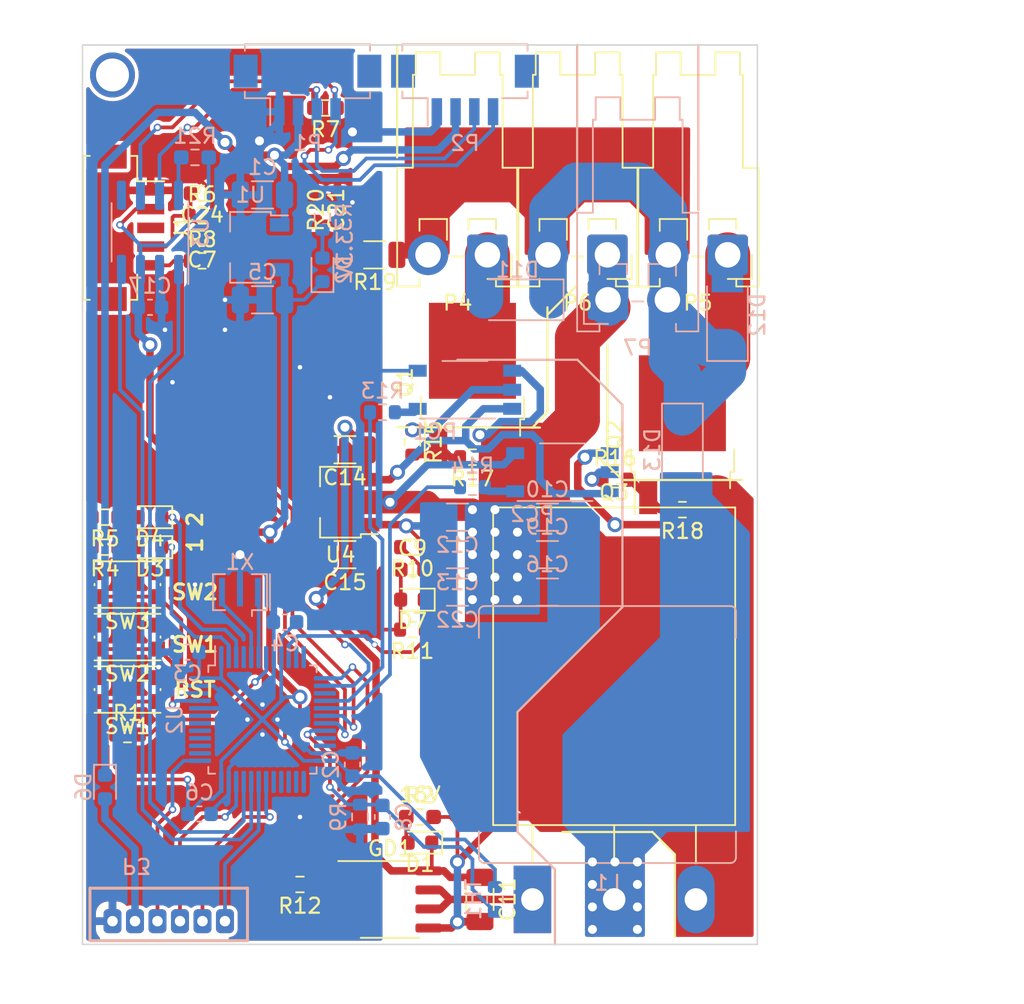
<source format=kicad_pcb>
(kicad_pcb (version 20211014) (generator pcbnew)
  (layers (0 "F.Cu" signal) (31 "B.Cu" signal) (34 "B.Paste" user) (35 "F.Paste" user) (36 "B.SilkS" user "B.Silkscreen") (37 "F.SilkS" user "F.Silkscreen") (38 "B.Mask" user) (39 "F.Mask" user) (44 "Edge.Cuts" user))
  (net 0 "")
  (net 1 "+5V")
  (net 2 "GND")
  (net 3 "+3.3V")
  (net 4 "/BattVsense")
  (net 5 "Net-(PC2-Pad1)")
  (net 6 "Net-(PC2-Pad5)")
  (net 7 "/Kick2")
  (net 8 "/CAP_450V")
  (net 9 "Net-(Q1-Pad1)")
  (net 10 "Net-(Q2-Pad1)")
  (net 11 "/BoostVsense")
  (net 12 "/TEMP_1")
  (net 13 "/TEMP_0")
  (net 14 "Net-(D3-Pad2)")
  (net 15 "/TEMP_2")
  (net 16 "Net-(D4-Pad2)")
  (net 17 "+BATT")
  (net 18 "Net-(D1-Pad2)")
  (net 19 "/LED_1")
  (net 20 "Net-(D2-Pad2)")
  (net 21 "Net-(D12-Pad2)")
  (net 22 "/LED_2")
  (net 23 "Net-(D6-Pad2)")
  (net 24 "Net-(D11-Pad2)")
  (net 28 "Net-(D13-Pad2)")
  (net 29 "/16V")
  (net 32 "Net-(GD1-Pad2)")
  (net 34 "Net-(GD1-Pad6)")
  (net 35 "/CAN_H")
  (net 36 "/CAN_L")
  (net 37 "Net-(PC1-Pad1)")
  (net 38 "Net-(PC1-Pad5)")
  (net 41 "/NRST")
  (net 42 "/Kick1")
  (net 43 "/BOOST_PWM")
  (net 44 "/SW1")
  (net 45 "/SW2")
  (net 47 "/OSC_IN")
  (net 48 "/OSC_OUT")
  (net 58 "/USART_TX")
  (net 59 "/USART_RX")
  (net 60 "/CAN_RX")
  (net 61 "/CAN_TX")
  (net 62 "/SWDIO")
  (net 63 "/SWCLK")
  (net 66 "Net-(R21-Pad2)")
  (footprint "Resistor_SMD:R_0603_1608Metric" (layer "F.Cu") (at 41.5 66.5 180)
    (fp_text reference "R5")
    (fp_text value "1k")
  )
  (footprint "Resistor_SMD:R_0603_1608Metric_Pad0.98x0.95mm_HandSolder" (layer "F.Cu") (at 54.5 91 180)
    (fp_text reference "R12")
    (fp_text value "100")
  )
  (footprint "Resistor_SMD:R_0603_1608Metric" (layer "F.Cu") (at 80 66 180)
    (fp_text reference "R18")
    (fp_text value "1k")
  )
  (footprint "Connector_JST:JST_VH_S2P-VH_1x02_P3.96mm_Horizontal" (layer "F.Cu") (at 67 49 180)
    (fp_text reference "P4")
    (fp_text value "CONN_01X02")
  )
  (footprint "Resistor_SMD:R_0603_1608Metric" (layer "F.Cu") (at 56.2 39.2 180)
    (fp_text reference "R7")
    (fp_text value "120")
  )
  (footprint "LED_SMD:LED_0603_1608Metric" (layer "F.Cu") (at 44.5 66.5 180)
    (fp_text reference "D4")
    (fp_text value "LED")
  )
  (footprint "Resistor_SMD:R_0603_1608Metric" (layer "F.Cu") (at 66 62.5 180)
    (fp_text reference "R17")
    (fp_text value "1k")
  )
  (footprint "Package_TO_SOT_SMD:TO-252-2" (layer "F.Cu") (at 66 57.5 90)
    (fp_text reference "Q1")
    (fp_text value "Q_NMOS_GDS")
  )
  (footprint "Capacitor_SMD:C_1206_3216Metric" (layer "F.Cu") (at 66.5 92 -90)
    (fp_text reference "C11")
    (fp_text value "4.7u")
  )
  (footprint "LED_SMD:LED_0603_1608Metric" (layer "F.Cu") (at 44.5 68.5 180)
    (fp_text reference "D3")
    (fp_text value "LED")
  )
  (footprint "Resistor_SMD:R_0603_1608Metric" (layer "F.Cu") (at 47.975 49.4)
    (fp_text reference "R8")
    (fp_text value "10k")
  )
  (footprint "Capacitor_SMD:C_0603_1608Metric" (layer "F.Cu") (at 62 70)
    (fp_text reference "C9")
    (fp_text value "0.1u")
  )
  (footprint "Resistor_SMD:R_0603_1608Metric" (layer "F.Cu") (at 57 46 90)
    (fp_text reference "R20")
    (fp_text value "4.7k")
  )
  (footprint "Capacitor_SMD:C_1206_3216Metric" (layer "F.Cu") (at 57.5 62 180)
    (fp_text reference "C14")
    (fp_text value "4.7u")
  )
  (footprint "Resistor_SMD:R_0603_1608Metric" (layer "F.Cu") (at 75.5 64)
    (fp_text reference "R16")
    (fp_text value "10")
  )
  (footprint "Capacitor_SMD:C_1206_3216Metric" (layer "F.Cu") (at 57.5 69 180)
    (fp_text reference "C15")
    (fp_text value "4.7u")
  )
  (footprint "Diode_SMD:D_0603_1608Metric" (layer "F.Cu") (at 62 72 180)
    (fp_text reference "D7")
    (fp_text value "D_Zener_3.3V")
  )
  (footprint "Package_TO_SOT_SMD:TO-252-2" (layer "F.Cu") (at 80 61 90)
    (fp_text reference "Q2")
    (fp_text value "Q_NMOS_GDS")
  )
  (footprint "Package_TO_SOT_SMD:SOT-89-3" (layer "F.Cu") (at 57.5 65.5 180)
    (fp_text reference "U4")
    (fp_text value "LM7805CT")
  )
  (footprint "Capacitor_SMD:C_0603_1608Metric" (layer "F.Cu") (at 55.5 46 -90)
    (fp_text reference "C21")
    (fp_text value "0.1u")
  )
  (footprint "Button_Switch_SMD:SW_Push_1P1T_NO_CK_KMR2" (layer "F.Cu") (at 43 78 180)
    (fp_text reference "SW1")
    (fp_text value "SW_Push")
  )
  (footprint "Connector_Hirose:Hirose_DF13C_CL535-0405-0-51_1x05-1MP_P1.25mm_Vertical" (layer "F.Cu") (at 43.1 47.2 -90)
    (fp_text reference "J1")
    (fp_text value "Conn_01x05")
  )
  (footprint "Resistor_SMD:R_0603_1608Metric" (layer "F.Cu") (at 47.975 46.4)
    (fp_text reference "R6")
    (fp_text value "10k")
  )
  (footprint "Capacitor_SMD:C_0603_1608Metric" (layer "F.Cu") (at 47.975 44.9 180)
    (fp_text reference "C24")
    (fp_text value "0.1u")
  )
  (footprint "Package_SO:SO-8_3.9x4.9mm_P1.27mm" (layer "F.Cu") (at 60.5 92)
    (fp_text reference "GD1")
    (fp_text value "Si8261")
  )
  (footprint "Connector_JST:JST_VH_S2P-VH_1x02_P3.96mm_Horizontal" (layer "F.Cu") (at 83.02 49 180)
    (fp_text reference "P5")
    (fp_text value "CONN_01X02")
  )
  (footprint "Resistor_SMD:R_0603_1608Metric" (layer "F.Cu") (at 62 74 180)
    (fp_text reference "R11")
    (fp_text value "1k")
  )
  (footprint "Resistor_SMD:R_1206_3216Metric" (layer "F.Cu") (at 59.5 49 180)
    (fp_text reference "R19")
    (fp_text value "1M")
  )
  (footprint "LED_SMD:LED_0603_1608Metric" (layer "F.Cu") (at 62.5 88.2125 180)
    (fp_text reference "D1")
    (fp_text value "LED")
  )
  (footprint "Resistor_SMD:R_0603_1608Metric" (layer "F.Cu") (at 41.5 68.5 180)
    (fp_text reference "R4")
    (fp_text value "1k")
  )
  (footprint "Package_TO_SOT_THT:TO-247-3_Horizontal_TabDown" (layer "F.Cu") (at 70 92)
    (fp_text reference "Q3")
    (fp_text value "Q_NMOS_GDS")
  )
  (footprint "Resistor_SMD:R_0603_1608Metric" (layer "F.Cu") (at 62 68.5 180)
    (fp_text reference "R10")
    (fp_text value "10k")
  )
  (footprint "Button_Switch_SMD:SW_Push_1P1T_NO_CK_KMR2" (layer "F.Cu") (at 43 71 180)
    (fp_text reference "SW3")
    (fp_text value "SW_Push")
  )
  (footprint "Resistor_SMD:R_0603_1608Metric" (layer "F.Cu") (at 62 61.5 -90)
    (fp_text reference "R15")
    (fp_text value "10")
  )
  (footprint "Resistor_SMD:R_0603_1608Metric_Pad0.98x0.95mm_HandSolder" (layer "F.Cu") (at 62.5 86.5)
    (fp_text reference "R2")
    (fp_text value "1k")
  )
  (footprint "Button_Switch_SMD:SW_Push_1P1T_NO_CK_KMR2" (layer "F.Cu") (at 43 74.5 180)
    (fp_text reference "SW2")
    (fp_text value "SW_Push")
  )
  (footprint "Connector_JST:JST_VH_S2P-VH_1x02_P3.96mm_Horizontal" (layer "F.Cu") (at 75 49 180)
    (fp_text reference "P6")
    (fp_text value "CONN_01X02")
  )
  (footprint "Resistor_SMD:R_0603_1608Metric" (layer "F.Cu") (at 43 81)
    (fp_text reference "R1")
    (fp_text value "10k")
  )
  (footprint "Capacitor_SMD:C_0603_1608Metric" (layer "F.Cu") (at 47.975 47.9 180)
    (fp_text reference "C7")
    (fp_text value "0.1u")
  )
  (footprint "Diode_SMD:D_SOD-128" (layer "B.Cu") (at 69 52 180)
    (fp_text reference "D11")
    (fp_text value "D")
  )
  (footprint "Capacitor_SMD:C_0603_1608Metric" (layer "B.Cu") (at 60 86.5 90)
    (fp_text reference "C8")
    (fp_text value "0.1u")
  )
  (footprint "Capacitor_SMD:C_1206_3216Metric" (layer "B.Cu") (at 65 66.5)
    (fp_text reference "C12")
    (fp_text value "4.7u")
  )
  (footprint "Connector_Hirose:Hirose_DF13C_CL535-0404-8-51_1x04-1MP_P1.25mm_Vertical" (layer "B.Cu") (at 65.5 38)
    (fp_text reference "P2")
    (fp_text value "CONN_01X04")
  )
  (footprint "Capacitor_SMD:C_1206_3216Metric" (layer "B.Cu") (at 71 71.5 180)
    (fp_text reference "C16")
    (fp_text value "4.7u")
  )
  (footprint "Diode_SMD:D_0603_1608Metric" (layer "B.Cu") (at 41.5 84.5 -90)
    (fp_text reference "D6")
    (fp_text value "D")
  )
  (footprint "Resistor_SMD:R_0603_1608Metric" (layer "B.Cu") (at 67.5 92 -90)
    (fp_text reference "TH1")
    (fp_text value "Thermistor")
  )
  (footprint "Capacitor_SMD:C_0603_1608Metric" (layer "B.Cu") (at 53.5 73.5)
    (fp_text reference "C4")
    (fp_text value "0.1u")
  )
  (footprint "Capacitor_SMD:C_0603_1608Metric" (layer "B.Cu") (at 47 75.5)
    (fp_text reference "C3")
    (fp_text value "0.1u")
  )
  (footprint "Connector_JST:JST_VH_S2P-VH_1x02_P3.96mm_Horizontal" (layer "B.Cu") (at 75.04 52)
    (fp_text reference "P7")
    (fp_text value "CONN_01X02")
  )
  (footprint "Crystal:Resonator_SMD_Murata_CSTxExxV-3Pin_3.0x1.1mm" (layer "B.Cu") (at 50.5 71.5 180)
    (fp_text reference "X1")
    (fp_text value "ceralock")
  )
  (footprint "Diode_SMD:D_SOD-128" (layer "B.Cu") (at 80 62 -90)
    (fp_text reference "D13")
    (fp_text value "D")
  )
  (footprint "Connector_Hirose:Hirose_DF13C_CL535-0404-8-51_1x04-1MP_P1.25mm_Vertical" (layer "B.Cu") (at 55 38)
    (fp_text reference "P1")
    (fp_text value "CONN_01X04")
  )
  (footprint "Resistor_SMD:R_0603_1608Metric" (layer "B.Cu") (at 58.5 86.5 -90)
    (fp_text reference "R9")
    (fp_text value "10k")
  )
  (footprint "Capacitor_SMD:C_1206_3216Metric" (layer "B.Cu") (at 71 66.5 180)
    (fp_text reference "C10")
    (fp_text value "4.7u")
  )
  (footprint "Diode_SMD:D_SOD-128" (layer "B.Cu") (at 83 53 90)
    (fp_text reference "D12")
    (fp_text value "D")
  )
  (footprint "Resistor_SMD:R_0603_1608Metric_Pad0.98x0.95mm_HandSolder" (layer "B.Cu") (at 47.5 42.5 180)
    (fp_text reference "R21")
    (fp_text value "1k")
  )
  (footprint "Package_TO_SOT_SMD:SOT-89-3" (layer "B.Cu") (at 51.5 48.5 180)
    (fp_text reference "U1")
    (fp_text value "LM7805CT")
  )
  (footprint "Package_SO:MFSOP6-5_4.4x3.6mm_P1.27mm" (layer "B.Cu") (at 72 63.5)
    (fp_text reference "PC2")
    (fp_text value "TLP117")
  )
  (footprint "LED_SMD:LED_0603_1608Metric" (layer "B.Cu") (at 56 50 90)
    (fp_text reference "D2")
    (fp_text value "LED")
  )
  (footprint "Package_QFP:LQFP-48_7x7mm_P0.5mm" (layer "B.Cu") (at 52 80 -90)
    (fp_text reference "U2")
    (fp_text value "STM32F103_48")
  )
  (footprint "Capacitor_SMD:C_0603_1608Metric" (layer "B.Cu") (at 44.5 52.5 180)
    (fp_text reference "C17")
    (fp_text value "0.1u")
  )
  (footprint "Package_SO:SOIC-8_3.9x4.9mm_P1.27mm" (layer "B.Cu") (at 44.5 47.5 90)
    (fp_text reference "U3")
    (fp_text value "LTC2875-S8")
  )
  (footprint "Resistor_SMD:R_0603_1608Metric" (layer "B.Cu") (at 56 46.5 90)
    (fp_text reference "R3")
    (fp_text value "1k")
  )
  (footprint "Capacitor_SMD:C_1206_3216Metric" (layer "B.Cu") (at 71 69 180)
    (fp_text reference "C19")
    (fp_text value "4.7u")
  )
  (footprint "Inductor_SMD:L_Bourns_SRP1770TA_16.9x16.9mm" (layer "B.Cu") (at 75 81)
    (fp_text reference "L1")
    (fp_text value "10uH")
  )
  (footprint "Capacitor_SMD:C_1206_3216Metric" (layer "B.Cu") (at 65 71.5)
    (fp_text reference "C22")
    (fp_text value "4.7u")
  )
  (footprint "Capacitor_SMD:C_0603_1608Metric" (layer "B.Cu") (at 47.8 86.3 180)
    (fp_text reference "C6")
    (fp_text value "0.1u")
  )
  (footprint "Resistor_SMD:R_0603_1608Metric" (layer "B.Cu") (at 66 64.5 180)
    (fp_text reference "R14")
    (fp_text value "100")
  )
  (footprint "Package_SO:MFSOP6-5_4.4x3.6mm_P1.27mm" (layer "B.Cu") (at 65.5 58)
    (fp_text reference "PC1")
    (fp_text value "TLP117")
  )
  (footprint "Capacitor_SMD:C_1206_3216Metric" (layer "B.Cu") (at 65 69)
    (fp_text reference "C13")
    (fp_text value "4.7u")
  )
  (footprint "Capacitor_SMD:C_1206_3216Metric" (layer "B.Cu") (at 52 45 180)
    (fp_text reference "C1")
    (fp_text value "4.7u")
  )
  (footprint "Resistor_SMD:R_0603_1608Metric" (layer "B.Cu") (at 60 59.5 180)
    (fp_text reference "R13")
    (fp_text value "100")
  )
  (footprint "Capacitor_SMD:C_1206_3216Metric" (layer "B.Cu") (at 52 52 180)
    (fp_text reference "C5")
    (fp_text value "4.7u")
  )
  (footprint "Capacitor_SMD:C_0603_1608Metric" (layer "B.Cu") (at 58 83 -90)
    (fp_text reference "C2")
    (fp_text value "0.1u")
  )
  (footprint "user:ZH_B6B-ZR" (layer "B.Cu") (at 42 93.45)
    (fp_text reference "P3")
    (fp_text value "CONN_01X06")
  )
  (gr_line (start 76 59) (end 76 72.5) (layer "B.SilkS") (width 0.15))
  (gr_line (start 72.98 46) (end 72.98 35) (layer "B.SilkS") (width 0.15))
  (gr_line (start 76 72.5) (end 69 79.5) (layer "B.SilkS") (width 0.15))
  (gr_line (start 65 56) (end 73 56) (layer "B.SilkS") (width 0.15))
  (gr_line (start 73 56) (end 76 59) (layer "B.SilkS") (width 0.15))
  (gr_line (start 81.06 46) (end 81.06 35) (layer "B.SilkS") (width 0.15))
  (gr_line (start 71.5 90) (end 71.5 95) (layer "B.SilkS") (width 0.15))
  (gr_line (start 69 87.5) (end 71.5 90) (layer "B.SilkS") (width 0.15))
  (gr_line (start 69 79.5) (end 69 87.5) (layer "B.SilkS") (width 0.15))
  (gr_line (start 71 59.5) (end 71 52.5) (layer "F.SilkS") (width 0.15))
  (gr_line (start 78 87.5) (end 72 87.5) (layer "F.SilkS") (width 0.15))
  (gr_line (start 70 60.52) (end 71 59.5) (layer "F.SilkS") (width 0.15))
  (gr_line (start 60.98 42.5) (end 60.98 35) (layer "F.SilkS") (width 0.15))
  (gr_line (start 76 64.02) (end 75 63) (layer "F.SilkS") (width 0.15))
  (gr_line (start 79.5 94.5) (end 79.5 89) (layer "F.SilkS") (width 0.15))
  (gr_line (start 61 60.5) (end 70.5 60.52) (layer "F.SilkS") (width 0.15))
  (gr_line (start 71 53) (end 73 51) (layer "F.SilkS") (width 0.15))
  (gr_line (start 79.5 89) (end 78 87.5) (layer "F.SilkS") (width 0.15))
  (gr_line (start 84 64.02) (end 76 64.02) (layer "F.SilkS") (width 0.15))
  (gr_line (start 75 63) (end 75 55) (layer "F.SilkS") (width 0.15))
  (gr_line (start 85 95) (end 40 95) (layer "Edge.Cuts") (width 0.1))
  (gr_line (start 85 35) (end 85 95) (layer "Edge.Cuts") (width 0.1))
  (gr_line (start 40 35) (end 85 35) (layer "Edge.Cuts") (width 0.1))
  (gr_line (start 40 95) (end 40 35) (layer "Edge.Cuts") (width 0.1))
  (gr_text "3.3V" (at 57.5 49 90) (layer "B.SilkS") (effects (font (size 1 1)) (justify mirror)))
  (gr_text "SW2" (at 47.5 71.5) (layer "F.SilkS") (effects (font (size 1 1) (thickness 0.2))))
  (gr_text "RST" (at 47.5 78) (layer "F.SilkS") (effects (font (size 1 1) (thickness 0.2))))
  (gr_text "16V" (at 62.5 85) (layer "F.SilkS") (effects (font (size 1 1))))
  (gr_text "1 2" (at 47.5 67.5 90) (layer "F.SilkS") (effects (font (size 1 1) (thickness 0.2))))
  (gr_text "SW1" (at 47.5 75) (layer "F.SilkS") (effects (font (size 1 1) (thickness 0.2))))
  (via (at 42 37) (size 3) (drill 2.2) (layers "F.Cu" "B.Cu") (net 0))
  (segment (start 50.3495 42.3495) (end 52.8 42.3495) (width 0.5) (layer "F.Cu") (net 1))
  (segment (start 52.8 42.3495) (end 53.550011 43.099511) (width 0.5) (layer "F.Cu") (net 1))
  (segment (start 56.875989 43.099511) (end 57.4 42.5755) (width 0.5) (layer "F.Cu") (net 1))
  (segment (start 53.550011 43.099511) (end 56.875989 43.099511) (width 0.5) (layer "F.Cu") (net 1))
  (segment (start 49.5 41.5) (end 50.3495 42.3495) (width 0.5) (layer "F.Cu") (net 1))
  (via (at 49.5 41.5) (size 1) (drill 0.6) (layers "F.Cu" "B.Cu") (net 1))
  (via (at 57.4 42.5755) (size 1) (drill 0.6) (layers "F.Cu" "B.Cu") (net 1))
  (via (at 52.8 42.3495) (size 1) (drill 0.6) (layers "F.Cu" "B.Cu") (net 1))
  (segment (start 53.475 46.675) (end 53.15 47) (width 0.5) (layer "B.Cu") (net 1))
  (segment (start 64.875 40.85) (end 64.875 39.45) (width 0.5) (layer "B.Cu") (net 1))
  (segment (start 49 41) (end 49.5 41.5) (width 0.5) (layer "B.Cu") (net 1))
  (segment (start 57.4 42.5755) (end 57.9755 42) (width 0.5) (layer "B.Cu") (net 1))
  (segment (start 53.475 45) (end 53.475 46.675) (width 0.5) (layer "B.Cu") (net 1))
  (segment (start 53.475 45) (end 53.475 43.0245) (width 0.5) (layer "B.Cu") (net 1))
  (segment (start 41.5 83.7125) (end 41.5 43) (width 0.5) (layer "B.Cu") (net 1))
  (segment (start 45 39.5) (end 47.5 39.5) (width 0.5) (layer "B.Cu") (net 1))
  (segment (start 41.5 43) (end 45 39.5) (width 0.5) (layer "B.Cu") (net 1))
  (segment (start 53.557688 42.3495) (end 54.375 41.532188) (width 0.5) (layer "B.Cu") (net 1))
  (segment (start 52.8 42.3495) (end 53.557688 42.3495) (width 0.5) (layer "B.Cu") (net 1))
  (segment (start 47.5 39.5) (end 49 41) (width 0.5) (layer "B.Cu") (net 1))
  (segment (start 57.9755 42) (end 63.725 42) (width 0.5) (layer "B.Cu") (net 1))
  (segment (start 54.375 41.532188) (end 54.375 39.45) (width 0.5) (layer "B.Cu") (net 1))
  (segment (start 63.725 42) (end 64.875 40.85) (width 0.5) (layer "B.Cu") (net 1))
  (segment (start 53.475 43.0245) (end 52.8 42.3495) (width 0.5) (layer "B.Cu") (net 1))
  (segment (start 61.225 71.9875) (end 61.2125 72) (width 0.25) (layer "F.Cu") (net 2))
  (segment (start 73.020097 62.979903) (end 73.020097 64.520097) (width 0.5) (layer "F.Cu") (net 2))
  (segment (start 51 80) (end 51 84) (width 0.25) (layer "F.Cu") (net 2))
  (segment (start 73.020097 64.520097) (end 75.5 67) (width 0.5) (layer "F.Cu") (net 2))
  (segment (start 80.9 92) (end 80.9 89.4) (width 0.5) (layer "F.Cu") (net 2))
  (segment (start 53.649022 86.5) (end 53.074511 85.925489) (width 0.25) (layer "F.Cu") (net 2))
  (segment (start 67.48 62.5) (end 68.28 61.7) (width 0.5) (layer "F.Cu") (net 2))
  (segment (start 52 56.5) (end 49.5 54) (width 0.25) (layer "F.Cu") (net 2))
  (segment (start 52.199511 78.800489) (end 52 79) (width 0.5) (layer "F.Cu") (net 2))
  (segment (start 64.595 93.905) (end 65.025 93.475) (width 0.5) (layer "F.Cu") (net 2))
  (segment (start 66.825 65.825) (end 67 66) (width 0.8) (layer "F.Cu") (net 2))
  (segment (start 82.28 67.72) (end 82.28 69.28) (width 3) (layer "F.Cu") (net 2))
  (segment (start 59.0625 65.5) (end 60.5 65.5) (width 0.5) (layer "F.Cu") (net 2))
  (segment (start 80.825 66) (end 81.48 66) (width 0.5) (layer "F.Cu") (net 2))
  (segment (start 48.8 51.3) (end 49.5 52) (width 0.25) (layer "F.Cu") (net 2))
  (segment (start 40.675 68.5) (end 40.675 66.5) (width 0.25) (layer "F.Cu") (net 2))
  (segment (start 66.825 62.5) (end 67.48 62.5) (width 0.5) (layer "F.Cu") (net 2))
  (segment (start 56.025 70.525) (end 56.025 69) (width 0.25) (layer "F.Cu") (net 2))
  (segment (start 64.5 86.5) (end 63.4125 86.5) (width 0.25) (layer "F.Cu") (net 2))
  (segment (start 71.3 61.7) (end 71 62) (width 3) (layer "F.Cu") (net 2))
  (segment (start 40.95 77.2) (end 45.05 77.2) (width 0.25) (layer "F.Cu") (net 2))
  (segment (start 74.28 69.28) (end 82.28 69.28) (width 3) (layer "F.Cu") (net 2))
  (segment (start 40.675 69.925) (end 40.95 70.2) (width 0.25) (layer "F.Cu") (net 2))
  (segment (start 66.5 61) (end 66.825 61.325) (width 0.5) (layer "F.Cu") (net 2))
  (segment (start 66.825 62.5) (end 66.825 65.825) (width 0.8) (layer "F.Cu") (net 2))
  (segment (start 63.075 93.905) (end 64.595 93.905) (width 0.5) (layer "F.Cu") (net 2))
  (segment (start 50.5 69) (end 50.5 75.48927) (width 0.5) (layer "F.Cu") (net 2))
  (segment (start 71.3 61.7) (end 73 60) (width 3) (layer "F.Cu") (net 2))
  (segment (start 68.28 65.28) (end 69 66) (width 2.5) (layer "F.Cu") (net 2))
  (segment (start 51 84) (end 50 85) (width 0.25) (layer "F.Cu") (net 2))
  (segment (start 40.95 70.2) (end 45.05 70.2) (width 0.25) (layer "F.Cu") (net 2))
  (segment (start 48.8 46.4) (end 48.8 47.85) (width 0.25) (layer "F.Cu") (net 2))
  (segment (start 42 88.5) (end 42 93.45) (width 0.25) (layer "F.Cu") (net 2))
  (segment (start 81.48 66) (end 82.28 65.2) (width 0.5) (layer "F.Cu") (net 2))
  (segment (start 73 54.54) (end 75.04 52.5) (width 3) (layer "F.Cu") (net 2))
  (segment (start 56.025 68.125978) (end 58.650978 65.5) (width 0.5) (layer "F.Cu") (net 2))
  (segment (start 56.025 58.975) (end 56.025 62) (width 0.25) (layer "F.Cu") (net 2))
  (segment (start 59.5 74) (end 56.025 70.525) (width 0.25) (layer "F.Cu") (net 2))
  (segment (start 45.05 76.5245) (end 45.0745 76.5) (width 0.25) (layer "F.Cu") (net 2))
  (segment (start 57 45.175) (end 55.55 45.175) (width 0.25) (layer "F.Cu") (net 2))
  (segment (start 48.75 46.35) (end 48.8 46.4) (width 0.25) (layer "F.Cu") (net 2))
  (segment (start 66.825 61.325) (end 66.825 62.5) (width 0.5) (layer "F.Cu") (net 2))
  (segment (start 65 93.5) (end 66.475 93.5) (width 0.5) (layer "F.Cu") (net 2))
  (segment (start 53.074511 85.925489) (end 53.074511 87.925489) (width 0.25) (layer "F.Cu") (net 2))
  (segment (start 57 45.175) (end 57.675 45.175) (width 0.25) (layer "F.Cu") (net 2))
  (segment (start 45.05 77.2) (end 45.05 76.5245) (width 0.25) (layer "F.Cu") (net 2))
  (segment (start 52 79) (end 51 80) (width 0.25) (layer "F.Cu") (net 2))
  (segment (start 68 86.5) (end 65 89.5) (width 0.5) (layer "F.Cu") (net 2))
  (segment (start 54.5 56.5) (end 52 56.5) (width 0.25) (layer "F.Cu") (net 2))
  (segment (start 50 85) (end 45.5 85) (width 0.25) (layer "F.Cu") (net 2))
  (segment (start 44.55 44.7) (end 45.14952 44.10048) (width 0.25) (layer "F.Cu") (net 2))
  (segment (start 45.05 73.7) (end 45.2 73.7) (width 0.25) (layer "F.Cu") (net 2))
  (segment (start 57.675 45.175) (end 58 45.5) (width 0.25) (layer "F.Cu") (net 2))
  (segment (start 48.75 49.35) (end 48.8 49.4) (width 0.25) (layer "F.Cu") (net 2))
  (segment (start 73 60) (end 73 54.54) (width 3) (layer "F.Cu") (net 2))
  (segment (start 52 81) (end 53.074511 82.074511) (width 0.25) (layer "F.Cu") (net 2))
  (segment (start 61.2125 72) (end 61.2125 73.9625) (width 0.25) (layer "F.Cu") (net 2))
  (segment (start 63 65.5) (end 59.0625 65.5) (width 1.5) (layer "F.Cu") (net 2))
  (segment (start 75.5 67) (end 79.825 67) (width 0.5) (layer "F.Cu") (net 2))
  (segment (start 53 80) (end 52 79) (width 0.25) (layer "F.Cu") (net 2))
  (segment (start 65.025 93.475) (end 66.5 93.475) (width 0.5) (layer "F.Cu") (net 2))
  (segment (start 66.475 93.5) (end 66.5 93.475) (width 0.5) (layer "F.Cu") (net 2))
  (segment (start 45.5 54) (end 45.5 57) (width 0.25) (layer "F.Cu") (net 2))
  (segment (start 56.5 58.5) (end 56.025 58.975) (width 0.25) (layer "F.Cu") (net 2))
  (segment (start 78 86.5) (end 68 86.5) (width 0.5) (layer "F.Cu") (net 2))
  (segment (start 63.5 66) (end 63 65.5) (width 1.5) (layer "F.Cu") (net 2))
  (segment (start 68.28 61.7) (end 68.28 65.28) (width 2.5) (layer "F.Cu") (net 2))
  (segment (start 52 92) (end 52.635 92.635) (width 0.25) (layer "F.Cu") (net 2))
  (segment (start 47.95048 44.10048) (end 48.75 44.9) (width 0.25) (layer "F.Cu") (net 2))
  (segment (start 48.75 44.9) (end 48.75 46.35) (width 0.25) (layer "F.Cu") (net 2))
  (segment (start 56.025 69) (end 56.025 68.125978) (width 0.5) (layer "F.Cu") (net 2))
  (segment (start 68.28 61.7) (end 71.3 61.7) (width 3) (layer "F.Cu") (net 2))
  (segment (start 71 62) (end 71 66) (width 3) (layer "F.Cu") (net 2))
  (segment (start 58.650978 65.5) (end 56.025 62.874022) (width 0.5) (layer "F.Cu") (net 2))
  (segment (start 45.2 73.7) (end 46 74.5) (width 0.25) (layer "F.Cu") (net 2))
  (segment (start 46.7 70.2) (end 47.5 71) (width 0.25) (layer "F.Cu") (net 2))
  (segment (start 52.635 92.635) (end 57.925 92.635) (width 0.25) (layer "F.Cu") (net 2))
  (segment (start 53.074511 87.925489) (end 52 89) (width 0.25) (layer "F.Cu") (net 2))
  (segment (start 82.28 65.2) (end 82.28 67.72) (width 3) (layer "F.Cu") (net 2))
  (segment (start 51 80) (end 52 81) (width 0.25) (layer "F.Cu") (net 2))
  (segment (start 50.5 75.48927) (end 52.199511 77.188781) (width 0.5) (layer "F.Cu") (net 2))
  (segment (start 80.9 89.4) (end 78 86.5) (width 0.5) (layer "F.Cu") (net 2))
  (segment (start 61.175 74) (end 59.5 74) (width 0.25) (layer "F.Cu") (net 2))
  (segment (start 45.05 70.2) (end 46.7 70.2) (width 0.25) (layer "F.Cu") (net 2))
  (segment (start 48.8 49.4) (end 48.8 51.3) (width 0.25) (layer "F.Cu") (net 2))
  (segment (start 52.199511 77.188781) (end 52.199511 78.800489) (width 0.5) (layer "F.Cu") (net 2))
  (segment (start 66 66) (end 63.5 66) (width 1.5) (layer "F.Cu") (net 2))
  (segment (start 65 87) (end 64.5 86.5) (width 0.25) (layer "F.Cu") (net 2))
  (segment (start 52.4 40.8) (end 51.8 41.4) (width 0.5) (layer "F.Cu") (net 2))
  (segment (start 59.0625 65.5) (end 58.650978 65.5) (width 0.5) (layer "F.Cu") (net 2))
  (segment (start 61.225 70) (end 61.225 71.9875) (width 0.25) (layer "F.Cu") (net 2))
  (segment (start 73.5 62.5) (end 73.020097 62.979903) (width 0.5) (layer "F.Cu") (net 2))
  (segment (start 52 89) (end 52 92) (width 0.25) (layer "F.Cu") (net 2))
  (segment (start 54.5 86.5) (end 53.649022 86.5) (width 0.25) (layer "F.Cu") (net 2))
  (segment (start 45.5 57) (end 46 57.5) (width 0.25) (layer "F.Cu") (net 2))
  (segment (start 61.2125 73.9625) (end 61.175 74) (width 0.25) (layer "F.Cu") (net 2))
  (segment (start 71 66) (end 74.28 69.28) (width 3) (layer "F.Cu") (net 2))
  (segment (start 58 40.8) (end 52.4 40.8) (width 0.5) (layer "F.Cu") (net 2))
  (segment (start 53.074511 82.074511) (end 53.074511 85.925489) (width 0.25) (layer "F.Cu") (net 2))
  (segment (start 48.8 47.85) (end 48.75 47.9) (width 0.25) (layer "F.Cu") (net 2))
  (segment (start 45.5 85) (end 42 88.5) (width 0.25) (layer "F.Cu") (net 2))
  (segment (start 40.95 73.7) (end 45.05 73.7) (width 0.25) (layer "F.Cu") (net 2))
  (segment (start 55.55 45.175) (end 55.5 45.225) (width 0.25) (layer "F.Cu") (net 2))
  (segment (start 79.825 67) (end 80.825 66) (width 0.5) (layer "F.Cu") (net 2))
  (segment (start 48.75 47.9) (end 48.75 49.35) (width 0.25) (layer "F.Cu") (net 2))
  (segment (start 45.14952 44.10048) (end 47.95048 44.10048) (width 0.25) (layer "F.Cu") (net 2))
  (segment (start 40.675 68.5) (end 40.675 69.925) (width 0.25) (layer "F.Cu") (net 2))
  (segment (start 56.025 62.874022) (end 56.025 62) (width 0.5) (layer "F.Cu") (net 2))
  (segment (start 65 89.5) (end 65 87) (width 0.25) (layer "F.Cu") (net 2))
  (via (at 75.5 67) (size 1) (drill 0.6) (layers "F.Cu" "B.Cu") (net 2))
  (via (at 66 69) (size 1) (drill 0.6) (layers "F.Cu" "B.Cu") (net 2))
  (via (at 53 80) (size 0.5) (drill 0.3) (layers "F.Cu" "B.Cu") (net 2))
  (via (at 60.5 65.5) (size 1) (drill 0.6) (layers "F.Cu" "B.Cu") (net 2))
  (via (at 54.5 56.5) (size 0.5) (drill 0.3) (layers "F.Cu" "B.Cu") (net 2))
  (via (at 50.5 69) (size 1) (drill 0.6) (layers "F.Cu" "B.Cu") (net 2))
  (via (at 67.5 67.5) (size 1) (drill 0.6) (layers "F.Cu" "B.Cu") (net 2))
  (via (at 56.5 58.5) (size 0.5) (drill 0.3) (layers "F.Cu" "B.Cu") (net 2))
  (via (at 49.5 54) (size 0.5) (drill 0.3) (layers "F.Cu" "B.Cu") (net 2))
  (via (at 65 93.5) (size 1) (drill 0.6) (layers "F.Cu" "B.Cu") (net 2))
  (via (at 69 70.5) (size 1) (drill 0.6) (layers "F.Cu" "B.Cu") (net 2))
  (via (at 73.5 62.5) (size 1) (drill 0.6) (layers "F.Cu" "B.Cu") (net 2))
  (via (at 49.5 52) (size 0.5) (drill 0.3) (layers "F.Cu" "B.Cu") (net 2))
  (via (at 69 69) (size 1) (drill 0.6) (layers "F.Cu" "B.Cu") (net 2))
  (via (at 47.5 71) (size 0.5) (drill 0.3) (layers "F.Cu" "B.Cu") (net 2))
  (via (at 69 67.5) (size 1) (drill 0.6) (layers "F.Cu" "B.Cu") (net 2))
  (via (at 58 40.8) (size 1) (drill 0.6) (layers "F.Cu" "B.Cu") (net 2))
  (via (at 52 81) (size 0.5) (drill 0.3) (layers "F.Cu" "B.Cu") (net 2))
  (via (at 66 67.5) (size 1) (drill 0.6) (layers "F.Cu" "B.Cu") (net 2))
  (via (at 67.5 70.5) (size 1) (drill 0.6) (layers "F.Cu" "B.Cu") (net 2))
  (via (at 45.0745 76.5) (size 0.5) (drill 0.3) (layers "F.Cu" "B.Cu") (net 2))
  (via (at 52 79) (size 0.5) (drill 0.3) (layers "F.Cu" "B.Cu") (net 2))
  (via (at 46 74.5) (size 0.5) (drill 0.3) (layers "F.Cu" "B.Cu") (net 2))
  (via (at 69 72) (size 1) (drill 0.6) (layers "F.Cu" "B.Cu") (net 2))
  (via (at 51.8 41.4) (size 1) (drill 0.6) (layers "F.Cu" "B.Cu") (net 2))
  (via (at 67.5 72) (size 1) (drill 0.6) (layers "F.Cu" "B.Cu") (net 2))
  (via (at 66.5 61) (size 1) (drill 0.6) (layers "F.Cu" "B.Cu") (net 2))
  (via (at 67.5 66) (size 1) (drill 0.6) (layers "F.Cu" "B.Cu") (net 2))
  (via (at 46 57.5) (size 0.5) (drill 0.3) (layers "F.Cu" "B.Cu") (net 2))
  (via (at 51 80) (size 0.5) (drill 0.3) (layers "F.Cu" "B.Cu") (net 2))
  (via (at 65 89.5) (size 1) (drill 0.6) (layers "F.Cu" "B.Cu") (net 2))
  (via (at 66 72) (size 1) (drill 0.6) (layers "F.Cu" "B.Cu") (net 2))
  (via (at 43.2 77.2) (size 0.5) (drill 0.3) (layers "F.Cu" "B.Cu") (net 2))
  (via (at 54.5 86.5) (size 0.5) (drill 0.3) (layers "F.Cu" "B.Cu") (net 2))
  (via (at 66 66) (size 1) (drill 0.6) (layers "F.Cu" "B.Cu") (net 2))
  (via (at 66 70.5) (size 1) (drill 0.6) (layers "F.Cu" "B.Cu") (net 2))
  (via (at 67.5 69) (size 1) (drill 0.6) (layers "F.Cu" "B.Cu") (net 2))
  (via (at 58 45.5) (size 0.5) (drill 0.3) (layers "F.Cu" "B.Cu") (net 2))
  (via (at 45.5 54) (size 0.5) (drill 0.3) (layers "F.Cu" "B.Cu") (net 2))
  (segment (start 45.275 52.5) (end 45.275 53.775) (width 0.25) (layer "B.Cu") (net 2))
  (segment (start 48.575 86.140006) (end 49.75 84.965006) (width 0.25) (layer "B.Cu") (net 2))
  (segment (start 52.75 75.8375) (end 52.75 73.525) (width 0.25) (layer "B.Cu") (net 2))
  (segment (start 47.5 71) (end 48.5 71) (width 0.25) (layer "B.Cu") (net 2))
  (segment (start 75 52.46) (end 75.04 52.5) (width 2.5) (layer "B.Cu") (net 2))
  (segment (start 45.0745 75.9255) (end 45.5 75.5) (width 0.25) (layer "B.Cu") (net 2))
  (segment (start 54.825 45.675) (end 56 45.675) (width 0.25) (layer "B.Cu") (net 2))
  (segment (start 58.55 87.275) (end 58.5 87.325) (width 0.25) (layer "B.Cu") (net 2))
  (segment (start 70.524511 59.475489) (end 69.880489 60.119511) (width 0.5) (layer "B.Cu") (net 2))
  (segment (start 52.75 73.525) (end 52.725 73.5) (width 0.25) (layer "B.Cu") (net 2))
  (segment (start 48.75 77.75) (end 47.8375 77.75) (width 0.25) (layer "B.Cu") (net 2))
  (segment (start 52 81) (end 49.75 83.25) (width 0.25) (layer "B.Cu") (net 2))
  (segment (start 50.5 69) (end 50.5 52.025) (width 0.5) (layer "B.Cu") (net 2))
  (segment (start 56.1625 82.25) (end 57.975 82.25) (width 0.25) (layer "B.Cu") (net 2))
  (segment (start 50.525 45) (end 50.525 42.675) (width 0.5) (layer "B.Cu") (net 2))
  (segment (start 51.8 41.4) (end 53.125 40.075) (width 0.5) (layer "B.Cu") (net 2))
  (segment (start 56 45.675) (end 57.825 45.675) (width 0.25) (layer "B.Cu") (net 2))
  (segment (start 50.5 52.025) (end 50.525 52) (width 0.5) (layer "B.Cu") (net 2))
  (segment (start 50.525 42.675) (end 51.8 41.4) (width 0.5) (layer "B.Cu") (net 2))
  (segment (start 67 61) (end 67.880489 60.119511) (width 0.5) (layer "B.Cu") (net 2))
  (segment (start 70.524511 57.975489) (end 70.524511 59.475489) (width 0.5) (layer "B.Cu") (net 2))
  (segment (start 70.524511 57.975489) (end 69.279022 56.73) (width 0.5) (layer "B.Cu") (net 2))
  (segment (start 54.5 86.5) (end 55.325 87.325) (width 0.25) (layer "B.Cu") (net 2))
  (segment (start 54.5 47.399022) (end 54.5 46) (width 0.25) (layer "B.Cu") (net 2))
  (segment (start 49.042859 73.042859) (end 49.457141 73.042859) (width 0.25) (layer "B.Cu") (net 2))
  (segment (start 69.279022 56.73) (end 68.65 56.73) (width 0.5) (layer "B.Cu") (net 2))
  (segment (start 46 74.5) (end 46 75.275) (width 0.25) (layer "B.Cu") (net 2))
  (segment (start 48.5 70.5) (end 48.5 71) (width 0.25) (layer "B.Cu") (net 2))
  (segment (start 52.650978 48.5) (end 53.0625 48.5) (width 0.5) (layer "B.Cu") (net 2))
  (segment (start 52.725 73.5) (end 52.725 70.725978) (width 0.25) (layer "B.Cu") (net 2))
  (segment (start 49 70) (end 48.5 70.5) (width 0.25) (layer "B.Cu") (net 2))
  (segment (start 50.525 46.374022) (end 52.650978 48.5) (width 0.5) (layer "B.Cu") (net 2))
  (segment (start 51 80) (end 48.75 77.75) (width 0.25) (layer "B.Cu") (net 2))
  (segment (start 67.880489 60.119511) (end 69.880489 60.119511) (width 0.5) (layer "B.Cu") (net 2))
  (segment (start 52.725 70.725978) (end 51.999022 70) (width 0.25) (layer "B.Cu") (net 2))
  (segment (start 56.1625 82.25) (end 55.25 82.25) (width 0.25) (layer "B.Cu") (net 2))
  (segment (start 75.15 62.23) (end 73.77 62.23) (width 0.5) (layer "B.Cu") (net 2))
  (segment (start 49.75 83.25) (end 49.75 84.1625) (width 0.25) (layer "B.Cu") (net 2))
  (segment (start 45.0745 76.5) (end 45.0745 75.9255) (width 0.25) (layer "B.Cu") (net 2))
  (segment (start 56.5 58.5) (end 54.5 56.5) (width 0.25) (layer "B.Cu") (net 2))
  (segment (start 60 87.275) (end 58.55 87.275) (width 0.25) (layer "B.Cu") (net 2))
  (segment (start 46 57.5) (end 49.5 54) (width 0.25) (layer "B.Cu") (net 2))
  (segment (start 52.75 78.25) (end 52 79) (width 0.25) (layer "B.Cu") (net 2))
  (segment (start 73.77 62.23) (end 73.5 62.5) (width 0.5) (layer "B.Cu") (net 2))
  (segment (start 49.5 52) (end 50.525 52) (width 0.25) (layer "B.Cu") (net 2))
  (segment (start 54.5 46) (end 54.825 45.675) (width 0.25) (layer "B.Cu") (net 2))
  (segment (start 49.75 84.965006) (end 49.75 84.1625) (width 0.25) (layer "B.Cu") (net 2))
  (segment (start 46.225 76.940006) (end 47.034994 77.75) (width 0.25) (layer "B.Cu") (net 2))
  (segment (start 58 40.8) (end 63.2 40.8) (width 0.5) (layer "B.Cu") (net 2))
  (segment (start 66.5 61) (end 67 61) (width 0.5) (layer "B.Cu") (net 2))
  (segment (start 52.75 75.8375) (end 52.75 78.25) (width 0.25) (layer "B.Cu") (net 2))
  (segment (start 62.35 56.73) (end 58.27 56.73) (width 0.25) (layer "B.Cu") (net 2))
  (segment (start 50.25 79.25) (end 51 80) (width 0.25) (layer "B.Cu") (net 2))
  (segment (start 49.5 54) (end 49.5 52) (width 0.25) (layer "B.Cu") (net 2))
  (segment (start 48.575 86.3) (end 48.575 86.140006) (width 0.25) (layer "B.Cu") (net 2))
  (segment (start 45.135 52.36) (end 45.275 52.5) (width 0.5) (layer "B.Cu") (net 2))
  (segment (start 53.0625 48.5) (end 53.399022 48.5) (width 0.25) (layer "B.Cu") (net 2))
  (segment (start 55.25 82.25) (end 53 80) (width 0.25) (layer "B.Cu") (net 2))
  (segment (start 45.5 75.5) (end 46.225 75.5) (width 0.25) (layer "B.Cu") (net 2))
  (segment (start 68.08 63) (end 68.85 62.23) (width 0.5) (layer "B.Cu") (net 2))
  (segment (start 47.034994 77.75) (end 47.8375 77.75) (width 0.25) (layer "B.Cu") (net 2))
  (segment (start 50.5 71.5) (end 50.5 70) (width 0.25) (layer "B.Cu") (net 2))
  (segment (start 63.2 40.8) (end 63.625 40.375) (width 0.5) (layer "B.Cu") (net 2))
  (segment (start 63.625 40.375) (end 63.625 39.45) (width 0.5) (layer "B.Cu") (net 2))
  (segment (start 46.225 75.5) (end 46.225 76.940006) (width 0.25) (layer "B.Cu") (net 2))
  (segment (start 58.27 56.73) (end 56.5 58.5) (width 0.25) (layer "B.Cu") (net 2))
  (segment (start 57.975 82.25) (end 58 82.225) (width 0.25) (layer "B.Cu") (net 2))
  (segment (start 53.125 40.075) (end 53.125 39.45) (width 0.5) (layer "B.Cu") (net 2))
  (segment (start 48.5 72.5) (end 49.042859 73.042859) (width 0.25) (layer "B.Cu") (net 2))
  (segment (start 75 49) (end 75 52.46) (width 2.5) (layer "B.Cu") (net 2))
  (segment (start 46 75.275) (end 46.225 75.5) (width 0.25) (layer "B.Cu") (net 2))
  (segment (start 45.135 49.975) (end 45.135 52.36) (width 0.5) (layer "B.Cu") (net 2))
  (segment (start 55.325 87.325) (end 58.5 87.325) (width 0.25) (layer "B.Cu") (net 2))
  (segment (start 45.275 53.775) (end 45.5 54) (width 0.25) (layer "B.Cu") (net 2))
  (segment (start 50.525 50.625978) (end 52.650978 48.5) (width 0.5) (layer "B.Cu") (net 2))
  (segment (start 57.825 45.675) (end 58 45.5) (width 0.25) (layer "B.Cu") (net 2))
  (segment (start 50.525 52) (end 50.525 50.625978) (width 0.5) (layer "B.Cu") (net 2))
  (segment (start 50.525 45) (end 50.525 46.374022) (width 0.5) (layer "B.Cu") (net 2))
  (segment (start 65 89.5) (end 65 93.5) (width 0.5) (layer "B.Cu") (net 2))
  (segment (start 48.5 71) (end 48.5 72.5) (width 0.25) (layer "B.Cu") (net 2))
  (segment (start 47.8375 79.25) (end 50.25 79.25) (width 0.25) (layer "B.Cu") (net 2))
  (segment (start 53.399022 48.5) (end 54.5 47.399022) (width 0.25) (layer "B.Cu") (net 2))
  (segment (start 60.5 65.5) (end 63 63) (width 0.5) (layer "B.Cu") (net 2))
  (segment (start 63 63) (end 68.08 63) (width 0.5) (layer "B.Cu") (net 2))
  (segment (start 51.999022 70) (end 49 70) (width 0.25) (layer "B.Cu") (net 2))
  (segment (start 44.5 61) (end 44.5 55) (width 0.5) (layer "F.Cu") (net 3))
  (segment (start 54.5 79.312482) (end 53.5 80.312482) (width 0.25) (layer "F.Cu") (net 3))
  (segment (start 44.55 45.95) (end 43.55 45.95) (width 0.25) (layer "F.Cu") (net 3))
  (segment (start 54.5 78.5) (end 54.5 79.312482) (width 0.25) (layer "F.Cu") (net 3))
  (segment (start 51 67.5) (end 44.5 61) (width 0.5) (layer "F.Cu") (net 3))
  (segment (start 53.5 80.312482) (end 53.5 81.5) (width 0.25) (layer "F.Cu") (net 3))
  (segment (start 47 84) (end 43 84) (width 0.25) (layer "F.Cu") (net 3))
  (segment (start 54.5 78.5) (end 52.5 76.5) (width 0.5) (layer "F.Cu") (net 3))
  (segment (start 52.5 67.5) (end 51 67.5) (width 0.5) (layer "F.Cu") (net 3))
  (segment (start 42.175 83.175) (end 42.175 81) (width 0.25) (layer "F.Cu") (net 3))
  (segment (start 43 84) (end 42.175 83.175) (width 0.25) (layer "F.Cu") (net 3))
  (segment (start 43.55 45.95) (end 42.5 47) (width 0.25) (layer "F.Cu") (net 3))
  (segment (start 52.5 76.5) (end 52.5 67.5) (width 0.5) (layer "F.Cu") (net 3))
  (via (at 53.5 81.5) (size 0.5) (drill 0.3) (layers "F.Cu" "B.Cu") (net 3))
  (via (at 42.5 47) (size 0.5) (drill 0.3) (layers "F.Cu" "B.Cu") (net 3))
  (via (at 47 84) (size 0.5) (drill 0.3) (layers "F.Cu" "B.Cu") (net 3))
  (via (at 44.5 55) (size 1) (drill 0.6) (layers "F.Cu" "B.Cu") (net 3))
  (via (at 54.5 78.5) (size 1) (drill 0.6) (layers "F.Cu" "B.Cu") (net 3))
  (via (at 52.5 67.5) (size 1) (drill 0.6) (layers "F.Cu" "B.Cu") (net 3))
  (segment (start 56.1625 82.75) (end 54.75 82.75) (width 0.25) (layer "B.Cu") (net 3))
  (segment (start 58 83.775) (end 59.775 83.775) (width 0.25) (layer "B.Cu") (net 3))
  (segment (start 59.775 83.775) (end 64 88) (width 0.25) (layer "B.Cu") (net 3))
  (segment (start 47.775 75.5) (end 47.775 77.1875) (width 0.25) (layer "B.Cu") (net 3))
  (segment (start 54.5 78.5) (end 53.5 78.5) (width 0.25) (layer "B.Cu") (net 3))
  (segment (start 54.7875 52) (end 56 50.7875) (width 0.25) (layer "B.Cu") (net 3))
  (segment (start 47.775 77.1875) (end 47.8375 77.25) (width 0.25) (layer "B.Cu") (net 3))
  (segment (start 48.4125 45.5875) (end 45.635 48.365) (width 0.25) (layer "B.Cu") (net 3))
  (segment (start 43.865 48.365) (end 43.865 49.975) (width 0.25) (layer "B.Cu") (net 3))
  (segment (start 43.725 52.5) (end 43.725 54.225) (width 0.5) (layer "B.Cu") (net 3))
  (segment (start 43.725 54.225) (end 44.5 55) (width 0.5) (layer "B.Cu") (net 3))
  (segment (start 53.475 66.525) (end 53.475 52) (width 0.5) (layer "B.Cu") (net 3))
  (segment (start 53.25 75.8375) (end 53.25 78.75) (width 0.25) (layer "B.Cu") (net 3))
  (segment (start 48.4125 42.5) (end 48.4125 45.5875) (width 0.25) (layer "B.Cu") (net 3))
  (segment (start 48.025 85.3) (end 47.025 86.3) (width 0.25) (layer "B.Cu") (net 3))
  (segment (start 49.25 84.75) (end 48.7 85.3) (width 0.25) (layer "B.Cu") (net 3))
  (segment (start 53.25 78.75) (end 49.25 82.75) (width 0.25) (layer "B.Cu") (net 3))
  (segment (start 49.25 84.1625) (end 49.25 84.75) (width 0.25) (layer "B.Cu") (net 3))
  (segment (start 56.1625 82.75) (end 56.975 82.75) (width 0.25) (layer "B.Cu") (net 3))
  (segment (start 67.5 90) (end 67.5 91.175) (width 0.25) (layer "B.Cu") (net 3))
  (segment (start 64 88) (end 65.5 88) (width 0.25) (layer "B.Cu") (net 3))
  (segment (start 45.635 48.365) (end 43.865 48.365) (width 0.25) (layer "B.Cu") (net 3))
  (segment (start 53.25 75.8375) (end 53.25 74.525) (width 0.25) (layer "B.Cu") (net 3))
  (segment (start 54.75 82.75) (end 53.5 81.5) (width 0.25) (layer "B.Cu") (net 3))
  (segment (start 53.475 52) (end 54.7875 52) (width 0.25) (layer "B.Cu") (net 3))
  (segment (start 49.25 82.75) (end 49.25 84.1625) (width 0.25) (layer "B.Cu") (net 3))
  (segment (start 43.865 52.36) (end 43.725 52.5) (width 0.5) (layer "B.Cu") (net 3))
  (segment (start 48.7 85.3) (end 48.025 85.3) (width 0.25) (layer "B.Cu") (net 3))
  (segment (start 47.025 84.025) (end 47 84) (width 0.25) (layer "B.Cu") (net 3))
  (segment (start 47.025 86.3) (end 47.025 84.025) (width 0.25) (layer "B.Cu") (net 3))
  (segment (start 56.975 82.75) (end 58 83.775) (width 0.25) (layer "B.Cu") (net 3))
  (segment (start 65.5 88) (end 67.5 90) (width 0.25) (layer "B.Cu") (net 3))
  (segment (start 42.5 47) (end 43.865 48.365) (width 0.25) (layer "B.Cu") (net 3))
  (segment (start 53.475 52) (end 53.475 50.325) (width 0.5) (layer "B.Cu") (net 3))
  (segment (start 52.5 67.5) (end 53.475 66.525) (width 0.5) (layer "B.Cu") (net 3))
  (segment (start 53.5 81.5) (end 49.25 77.25) (width 0.25) (layer "B.Cu") (net 3))
  (segment (start 43.865 49.975) (end 43.865 52.36) (width 0.5) (layer "B.Cu") (net 3))
  (segment (start 53.25 74.525) (end 54.275 73.5) (width 0.25) (layer "B.Cu") (net 3))
  (segment (start 53.475 50.325) (end 53.15 50) (width 0.5) (layer "B.Cu") (net 3))
  (segment (start 53.5 78.5) (end 53.25 78.75) (width 0.25) (layer "B.Cu") (net 3))
  (segment (start 47.8375 77.25) (end 49.25 77.25) (width 0.25) (layer "B.Cu") (net 3))
  (segment (start 49.25 77.25) (end 49.25 75.8375) (width 0.25) (layer "B.Cu") (net 3))
  (segment (start 62.775 70) (end 62.775 71.9875) (width 0.25) (layer "F.Cu") (net 4))
  (segment (start 59.4755 75) (end 59.9755 75.5) (width 0.25) (layer "F.Cu") (net 4))
  (segment (start 62.7875 73.9625) (end 62.825 74) (width 0.25) (layer "F.Cu") (net 4))
  (segment (start 62.825 74.675) (end 62.825 74) (width 0.25) (layer "F.Cu") (net 4))
  (segment (start 62.7875 72) (end 62.7875 73.9625) (width 0.25) (layer "F.Cu") (net 4))
  (segment (start 61.175 68.5) (end 61.275 68.5) (width 0.25) (layer "F.Cu") (net 4))
  (segment (start 61.275 68.5) (end 62.775 70) (width 0.25) (layer "F.Cu") (net 4))
  (segment (start 62.775 71.9875) (end 62.7875 72) (width 0.25) (layer "F.Cu") (net 4))
  (segment (start 59.9755 75.5) (end 62 75.5) (width 0.25) (layer "F.Cu") (net 4))
  (segment (start 62 75.5) (end 62.825 74.675) (width 0.25) (layer "F.Cu") (net 4))
  (via (at 59.4755 75) (size 0.4) (drill 0.3) (layers "F.Cu" "B.Cu") (net 4))
  (segment (start 54.359505 74.425489) (end 53.75 75.034994) (width 0.25) (layer "B.Cu") (net 4))
  (segment (start 59.4755 75) (end 58.900989 74.425489) (width 0.25) (layer "B.Cu") (net 4))
  (segment (start 58.900989 74.425489) (end 54.359505 74.425489) (width 0.25) (layer "B.Cu") (net 4))
  (segment (start 53.75 75.034994) (end 53.75 75.8375) (width 0.25) (layer "B.Cu") (net 4))
  (segment (start 68.85 64.77) (end 67.095 64.77) (width 0.5) (layer "B.Cu") (net 5))
  (segment (start 67.095 64.77) (end 66.825 64.5) (width 0.5) (layer "B.Cu") (net 5))
  (segment (start 74.654555 63.979555) (end 74.675 64) (width 0.5) (layer "F.Cu") (net 6))
  (segment (start 73.969608 63.979555) (end 74.654555 63.979555) (width 0.5) (layer "F.Cu") (net 6))
  (via (at 73.969608 63.979555) (size 1) (drill 0.6) (layers "F.Cu" "B.Cu") (net 6))
  (segment (start 74.449163 63.5) (end 75.15 63.5) (width 0.5) (layer "B.Cu") (net 6))
  (segment (start 73.969608 63.979555) (end 74.449163 63.5) (width 0.5) (layer "B.Cu") (net 6))
  (segment (start 60.5 77) (end 58.25 79.25) (width 0.25) (layer "B.Cu") (net 7))
  (segment (start 58.25 79.25) (end 56.1625 79.25) (width 0.25) (layer "B.Cu") (net 7))
  (segment (start 65.175 64.5) (end 63 64.5) (width 0.25) (layer "B.Cu") (net 7))
  (segment (start 60.5 67) (end 60.5 77) (width 0.25) (layer "B.Cu") (net 7))
  (segment (start 63 64.5) (end 60.5 67) (width 0.25) (layer "B.Cu") (net 7))
  (segment (start 60.9625 49) (end 63.04 49) (width 0.5) (layer "F.Cu") (net 8))
  (segment (start 83 55.2) (end 83 56.8) (width 2.5) (layer "B.Cu") (net 8))
  (segment (start 71.04 45.96) (end 71.04 49) (width 2.5) (layer "B.Cu") (net 8))
  (segment (start 79.06 52.44) (end 79 52.5) (width 2.5) (layer "B.Cu") (net 8))
  (segment (start 80 57) (end 80 59.8) (width 2.5) (layer "B.Cu") (net 8))
  (segment (start 83 56.8) (end 80 59.8) (width 2.5) (layer "B.Cu") (net 8))
  (segment (start 71.04 51.84) (end 71.2 52) (width 2.5) (layer "B.Cu") (net 8))
  (segment (start 79.06 49) (end 79.06 46.06) (width 2.5) (layer "B.Cu") (net 8))
  (segment (start 79 52.5) (end 79 56) (width 2.5) (layer "B.Cu") (net 8))
  (segment (start 79 56) (end 80 57) (width 2.5) (layer "B.Cu") (net 8))
  (segment (start 72.9 44.1) (end 71.04 45.96) (width 2.5) (layer "B.Cu") (net 8))
  (segment (start 79.06 46.06) (end 77.1 44.1) (width 2.5) (layer "B.Cu") (net 8))
  (segment (start 71.04 49) (end 71.04 51.84) (width 2.5) (layer "B.Cu") (net 8))
  (segment (start 79.06 49) (end 79.06 52.44) (width 2.5) (layer "B.Cu") (net 8))
  (segment (start 83 55.2) (end 81.7 55.2) (width 2.5) (layer "B.Cu") (net 8))
  (segment (start 81.7 55.2) (end 79 52.5) (width 2.5) (layer "B.Cu") (net 8))
  (segment (start 77.1 44.1) (end 72.9 44.1) (width 2.5) (layer "B.Cu") (net 8))
  (segment (start 64.52 62.5) (end 63.72 61.7) (width 0.5) (layer "F.Cu") (net 9))
  (segment (start 62 62.325) (end 63.095 62.325) (width 0.5) (layer "F.Cu") (net 9))
  (segment (start 65.175 62.5) (end 64.52 62.5) (width 0.5) (layer "F.Cu") (net 9))
  (segment (start 63.095 62.325) (end 63.72 61.7) (width 0.5) (layer "F.Cu") (net 9))
  (segment (start 78.52 66) (end 77.72 65.2) (width 0.5) (layer "F.Cu") (net 10))
  (segment (start 79.175 66) (end 78.52 66) (width 0.5) (layer "F.Cu") (net 10))
  (segment (start 76.325 64) (end 76.52 64) (width 0.5) (layer "F.Cu") (net 10))
  (segment (start 76.52 64) (end 77.72 65.2) (width 0.5) (layer "F.Cu") (net 10))
  (segment (start 58.0375 54.9625) (end 58.0375 49) (width 0.25) (layer "F.Cu") (net 11))
  (segment (start 57 46.825) (end 57.325 46.825) (width 0.25) (layer "F.Cu") (net 11))
  (segment (start 56.95 46.775) (end 57 46.825) (width 0.25) (layer "F.Cu") (net 11))
  (segment (start 57.325 46.825) (end 58.0375 47.5375) (width 0.25) (layer "F.Cu") (net 11))
  (segment (start 55.5 46.775) (end 56.95 46.775) (width 0.25) (layer "F.Cu") (net 11))
  (segment (start 54.5 72) (end 54.5 58.5) (width 0.25) (layer "F.Cu") (net 11))
  (segment (start 58.0375 47.5375) (end 58.0375 49) (width 0.25) (layer "F.Cu") (net 11))
  (segment (start 54.5 58.5) (end 58.0375 54.9625) (width 0.25) (layer "F.Cu") (net 11))
  (segment (start 57.5 75) (end 54.5 72) (width 0.25) (layer "F.Cu") (net 11))
  (via (at 57.5 75) (size 0.5) (drill 0.3) (layers "F.Cu" "B.Cu") (net 11))
  (segment (start 57.5 75) (end 57.812482 75) (width 0.25) (layer "B.Cu") (net 11))
  (segment (start 58.062482 77.75) (end 56.1625 77.75) (width 0.25) (layer "B.Cu") (net 11))
  (segment (start 57.812482 75) (end 59.074511 76.262029) (width 0.25) (layer "B.Cu") (net 11))
  (segment (start 59.074511 76.262029) (end 59.074511 76.737971) (width 0.25) (layer "B.Cu") (net 11))
  (segment (start 59.074511 76.737971) (end 58.062482 77.75) (width 0.25) (layer "B.Cu") (net 11))
  (segment (start 47.2 49.35) (end 47.15 49.4) (width 0.25) (layer "F.Cu") (net 12))
  (segment (start 47.2 47.9) (end 47.2 49.35) (width 0.25) (layer "F.Cu") (net 12))
  (segment (start 45.8 49.7) (end 46.1 49.4) (width 0.25) (layer "F.Cu") (net 12))
  (segment (start 49 63.5) (end 47.15 61.65) (width 0.25) (layer "F.Cu") (net 12))
  (segment (start 44.55 49.7) (end 45.8 49.7) (width 0.25) (layer "F.Cu") (net 12))
  (segment (start 57.5 81) (end 57.5 78) (width 0.25) (layer "F.Cu") (net 12))
  (segment (start 47.15 61.65) (end 47.15 49.4) (width 0.25) (layer "F.Cu") (net 12))
  (segment (start 57.5 78) (end 53.5 74) (width 0.25) (layer "F.Cu") (net 12))
  (segment (start 53.5 66.5) (end 50.5 63.5) (width 0.25) (layer "F.Cu") (net 12))
  (segment (start 46.1 49.4) (end 47.15 49.4) (width 0.25) (layer "F.Cu") (net 12))
  (segment (start 50.5 63.5) (end 49 63.5) (width 0.25) (layer "F.Cu") (net 12))
  (segment (start 53.5 74) (end 53.5 66.5) (width 0.25) (layer "F.Cu") (net 12))
  (via (at 57.5 81) (size 0.5) (drill 0.3) (layers "F.Cu" "B.Cu") (net 12))
  (segment (start 57.5 81) (end 57.5 80.784994) (width 0.25) (layer "B.Cu") (net 12))
  (segment (start 57.5 80.784994) (end 56.965006 80.25) (width 0.25) (layer "B.Cu") (net 12))
  (segment (start 56.965006 80.25) (end 56.1625 80.25) (width 0.25) (layer "B.Cu") (net 12))
  (segment (start 47.97452 47.22452) (end 47.15 46.4) (width 0.25) (layer "F.Cu") (net 13))
  (segment (start 45.55 48.45) (end 46 48) (width 0.25) (layer "F.Cu") (net 13))
  (segment (start 46.1 46.4) (end 47.15 46.4) (width 0.25) (layer "F.Cu") (net 13))
  (segment (start 47.2 46.35) (end 47.15 46.4) (width 0.25) (layer "F.Cu") (net 13))
  (segment (start 50.5 62.5) (end 49 62.5) (width 0.25) (layer "F.Cu") (net 13))
  (segment (start 44.55 48.45) (end 45.55 48.45) (width 0.25) (layer "F.Cu") (net 13))
  (segment (start 58.0745 80.5) (end 58.0745 77.5745) (width 0.25) (layer "F.Cu") (net 13))
  (segment (start 46 46.5) (end 46.1 46.4) (width 0.25) (layer "F.Cu") (net 13))
  (segment (start 47.2 44.9) (end 47.2 46.35) (width 0.25) (layer "F.Cu") (net 13))
  (segment (start 54 73.5) (end 54 66) (width 0.25) (layer "F.Cu") (net 13))
  (segment (start 54 66) (end 50.5 62.5) (width 0.25) (layer "F.Cu") (net 13))
  (segment (start 49 62.5) (end 47.97452 61.47452) (width 0.25) (layer "F.Cu") (net 13))
  (segment (start 58.0745 77.5745) (end 54 73.5) (width 0.25) (layer "F.Cu") (net 13))
  (segment (start 47.97452 61.47452) (end 47.97452 47.22452) (width 0.25) (layer "F.Cu") (net 13))
  (segment (start 46 48) (end 46 46.5) (width 0.25) (layer "F.Cu") (net 13))
  (via (at 58.0745 80.5) (size 0.5) (drill 0.3) (layers "F.Cu" "B.Cu") (net 13))
  (segment (start 58.0745 80.5) (end 57.3245 79.75) (width 0.25) (layer "B.Cu") (net 13))
  (segment (start 57.3245 79.75) (end 56.1625 79.75) (width 0.25) (layer "B.Cu") (net 13))
  (segment (start 42.325 68.5) (end 43.7125 68.5) (width 0.25) (layer "F.Cu") (net 14))
  (segment (start 55 81) (end 56.5 82.5) (width 0.25) (layer "F.Cu") (net 15))
  (segment (start 56.5 82.5) (end 56.5 84.5) (width 0.25) (layer "F.Cu") (net 15))
  (via (at 56.5 84.5) (size 0.5) (drill 0.3) (layers "F.Cu" "B.Cu") (net 15))
  (via (at 55 81) (size 0.5) (drill 0.3) (layers "F.Cu" "B.Cu") (net 15))
  (segment (start 66 91.325) (end 67.5 92.825) (width 0.25) (layer "B.Cu") (net 15))
  (segment (start 55.25 80.75) (end 55 81) (width 0.25) (layer "B.Cu") (net 15))
  (segment (start 57.675 85.675) (end 56.5 84.5) (width 0.25) (layer "B.Cu") (net 15))
  (segment (start 56.1625 80.75) (end 55.25 80.75) (width 0.25) (layer "B.Cu") (net 15))
  (segment (start 60 85.725) (end 62.775 88.5) (width 0.25) (layer "B.Cu") (net 15))
  (segment (start 65.166036 88.5) (end 66 89.333964) (width 0.25) (layer "B.Cu") (net 15))
  (segment (start 66 89.333964) (end 66 91.325) (width 0.25) (layer "B.Cu") (net 15))
  (segment (start 58.5 85.675) (end 57.675 85.675) (width 0.25) (layer "B.Cu") (net 15))
  (segment (start 58.5 85.675) (end 59.95 85.675) (width 0.25) (layer "B.Cu") (net 15))
  (segment (start 59.95 85.675) (end 60 85.725) (width 0.25) (layer "B.Cu") (net 15))
  (segment (start 62.775 88.5) (end 65.166036 88.5) (width 0.25) (layer "B.Cu") (net 15))
  (segment (start 43.7125 66.5) (end 42.325 66.5) (width 0.25) (layer "F.Cu") (net 16))
  (segment (start 61.58301 67.08301) (end 61.5 67) (width 0.5) (layer "F.Cu") (net 17))
  (segment (start 58.975 69) (end 58.975 67.175) (width 0.5) (layer "F.Cu") (net 17))
  (segment (start 62.825 68.5) (end 62.825 68.325) (width 0.25) (layer "F.Cu") (net 17))
  (segment (start 62.825 68.325) (end 61.58301 67.08301) (width 0.25) (layer "F.Cu") (net 17))
  (segment (start 61.5 67) (end 59.15 67) (width 0.5) (layer "F.Cu") (net 17))
  (segment (start 58.975 67.175) (end 59.15 67) (width 0.5) (layer "F.Cu") (net 17))
  (via (at 61.58301 67.08301) (size 1) (drill 0.6) (layers "F.Cu" "B.Cu") (net 17))
  (segment (start 61.58301 67.08301) (end 62.94199 67.08301) (width 0.5) (layer "B.Cu") (net 17))
  (segment (start 62.94199 67.08301) (end 63.525 66.5) (width 0.5) (layer "B.Cu") (net 17))
  (segment (start 61.5875 86.5) (end 61.5875 88.0875) (width 0.25) (layer "F.Cu") (net 18))
  (segment (start 61.5875 88.0875) (end 61.7125 88.2125) (width 0.25) (layer "F.Cu") (net 18))
  (segment (start 45.287646 68.500146) (end 45.2875 68.5) (width 0.25) (layer "F.Cu") (net 19))
  (segment (start 45.9255 68.500146) (end 45.287646 68.500146) (width 0.25) (layer "F.Cu") (net 19))
  (via (at 45.9255 68.500146) (size 0.5) (drill 0.3) (layers "F.Cu" "B.Cu") (net 19))
  (segment (start 47.5 74.5) (end 45.9255 72.9255) (width 0.25) (layer "B.Cu") (net 19))
  (segment (start 49.75 75.8375) (end 49.75 75.034994) (width 0.25) (layer "B.Cu") (net 19))
  (segment (start 45.9255 72.9255) (end 45.9255 68.500146) (width 0.25) (layer "B.Cu") (net 19))
  (segment (start 49.75 75.034994) (end 49.215006 74.5) (width 0.25) (layer "B.Cu") (net 19))
  (segment (start 49.215006 74.5) (end 47.5 74.5) (width 0.25) (layer "B.Cu") (net 19))
  (segment (start 56 47.325) (end 56 49.2125) (width 0.25) (layer "B.Cu") (net 20))
  (segment (start 83.02 55.88) (end 80 58.9) (width 3) (layer "F.Cu") (net 21))
  (segment (start 83.02 49) (end 83.02 55.88) (width 3) (layer "F.Cu") (net 21))
  (segment (start 45.2875 66.5) (end 46 66.5) (width 0.25) (layer "F.Cu") (net 22))
  (via (at 46 66.5) (size 0.5) (drill 0.3) (layers "F.Cu" "B.Cu") (net 22))
  (segment (start 49.5 74) (end 50.25 74.75) (width 0.25) (layer "B.Cu") (net 22))
  (segment (start 50.25 74.75) (end 50.25 75.8375) (width 0.25) (layer "B.Cu") (net 22))
  (segment (start 46.5 67) (end 46.5 72.5) (width 0.25) (layer "B.Cu") (net 22))
  (segment (start 46 66.5) (end 46.5 67) (width 0.25) (layer "B.Cu") (net 22))
  (segment (start 46.5 72.5) (end 48 74) (width 0.25) (layer "B.Cu") (net 22))
  (segment (start 48 74) (end 49.5 74) (width 0.25) (layer "B.Cu") (net 22))
  (segment (start 43.5 93.45) (end 43.5 88.64375) (width 0.5) (layer "B.Cu") (net 23))
  (segment (start 43.5 88.64375) (end 41.5 86.64375) (width 0.5) (layer "B.Cu") (net 23))
  (segment (start 41.5 86.64375) (end 41.5 85.2875) (width 0.5) (layer "B.Cu") (net 23))
  (segment (start 67 55.4) (end 67 49) (width 3) (layer "F.Cu") (net 24))
  (segment (start 66.8 49.2) (end 67 49) (width 2.5) (layer "B.Cu") (net 24))
  (segment (start 66.8 52) (end 66.8 49.2) (width 2.5) (layer "B.Cu") (net 24))
  (via (at 77 91) (size 1) (drill 0.6) (layers "F.Cu" "B.Cu") (net 28))
  (via (at 77 89.5) (size 1) (drill 0.6) (layers "F.Cu" "B.Cu") (net 28))
  (via (at 75.5 89.5) (size 1) (drill 0.6) (layers "F.Cu" "B.Cu") (net 28))
  (via (at 74 94) (size 1) (drill 0.6) (layers "F.Cu" "B.Cu") (net 28))
  (via (at 77 94) (size 1) (drill 0.6) (layers "F.Cu" "B.Cu") (net 28))
  (via (at 74 92.5) (size 1) (drill 0.6) (layers "F.Cu" "B.Cu") (net 28))
  (via (at 74 89.5) (size 1) (drill 0.6) (layers "F.Cu" "B.Cu") (net 28))
  (via (at 74 91) (size 1) (drill 0.6) (layers "F.Cu" "B.Cu") (net 28))
  (via (at 77 92.5) (size 1) (drill 0.6) (layers "F.Cu" "B.Cu") (net 28))
  (segment (start 58.975 61.975) (end 57.5 60.5) (width 0.5) (layer "F.Cu") (net 29))
  (segment (start 59.5 83.812494) (end 59.5 89) (width 0.5) (layer "F.Cu") (net 29))
  (segment (start 60.595 90.095) (end 63.075 90.095) (width 0.5) (layer "F.Cu") (net 29))
  (segment (start 59.57452 83.737973) (end 59.5 83.812494) (width 0.5) (layer "F.Cu") (net 29))
  (segment (start 58.975 62) (end 58.975 61.975) (width 0.5) (layer "F.Cu") (net 29))
  (segment (start 55.58301 72.08301) (end 59.57452 76.07452) (width 0.5) (layer "F.Cu") (net 29))
  (segment (start 59.15 64) (end 60.5 64) (width 0.5) (layer "F.Cu") (net 29))
  (segment (start 59.57452 76.07452) (end 59.57452 83.737973) (width 0.5) (layer "F.Cu") (net 29))
  (segment (start 58.975 62) (end 58.975 63.825) (width 0.5) (layer "F.Cu") (net 29))
  (segment (start 64.525 90.525) (end 66.5 90.525) (width 0.5) (layer "F.Cu") (net 29))
  (segment (start 60.5 64) (end 61 63.5) (width 0.5) (layer "F.Cu") (net 29))
  (segment (start 59.5 89) (end 60.595 90.095) (width 0.5) (layer "F.Cu") (net 29))
  (segment (start 63.2875 89.8825) (end 63.075 90.095) (width 0.25) (layer "F.Cu") (net 29))
  (segment (start 63.075 90.095) (end 64.095 90.095) (width 0.5) (layer "F.Cu") (net 29))
  (segment (start 64.095 90.095) (end 64.525 90.525) (width 0.5) (layer "F.Cu") (net 29))
  (segment (start 58.975 63.825) (end 59.15 64) (width 0.5) (layer "F.Cu") (net 29))
  (segment (start 55.58301 71.91699) (end 55.58301 72.08301) (width 0.5) (layer "F.Cu") (net 29))
  (segment (start 63.2875 88.2125) (end 63.2875 89.8825) (width 0.25) (layer "F.Cu") (net 29))
  (via (at 57.5 60.5) (size 1) (drill 0.6) (layers "F.Cu" "B.Cu") (net 29))
  (via (at 61 63.5) (size 1) (drill 0.6) (layers "F.Cu" "B.Cu") (net 29))
  (via (at 55.58301 71.91699) (size 1) (drill 0.6) (layers "F.Cu" "B.Cu") (net 29))
  (segment (start 70.5 61.5) (end 70.5 64) (width 0.5) (layer "B.Cu") (net 29))
  (segment (start 67.050489 61.949511) (end 68 61) (width 0.5) (layer "B.Cu") (net 29))
  (segment (start 57.5 70) (end 57.5 60.5) (width 0.5) (layer "B.Cu") (net 29))
  (segment (start 70.5 64) (end 71.429066 64.929066) (width 0.5) (layer "B.Cu") (net 29))
  (segment (start 66.106699 61.949511) (end 67.050489 61.949511) (width 0.5) (layer "B.Cu") (net 29))
  (segment (start 63.106699 61.393301) (end 61 63.5) (width 0.5) (layer "B.Cu") (net 29))
  (segment (start 74.990934 64.929066) (end 75.15 64.77) (width 0.5) (layer "B.Cu") (net 29))
  (segment (start 68 61) (end 70 61) (width 0.5) (layer "B.Cu") (net 29))
  (segment (start 66.73 59.27) (end 65.550489 60.449511) (width 0.5) (layer "B.Cu") (net 29))
  (segment (start 71.429066 64.929066) (end 74.990934 64.929066) (width 0.5) (layer "B.Cu") (net 29))
  (segment (start 65.550489 61.393301) (end 63.106699 61.393301) (width 0.5) (layer "B.Cu") (net 29))
  (segment (start 65.550489 60.449511) (end 65.550489 61.393301) (width 0.5) (layer "B.Cu") (net 29))
  (segment (start 55.58301 71.91699) (end 57.5 70) (width 0.5) (layer "B.Cu") (net 29))
  (segment (start 70 61) (end 70.5 61.5) (width 0.5) (layer "B.Cu") (net 29))
  (segment (start 68.65 59.27) (end 66.73 59.27) (width 0.5) (layer "B.Cu") (net 29))
  (segment (start 65.550489 61.393301) (end 66.106699 61.949511) (width 0.5) (layer "B.Cu") (net 29))
  (segment (start 57.925 91.365) (end 56.635 91.365) (width 0.25) (layer "F.Cu") (net 32))
  (segment (start 56.27 91) (end 56.635 91.365) (width 0.25) (layer "F.Cu") (net 32))
  (segment (start 55.4125 91) (end 56.27 91) (width 0.25) (layer "F.Cu") (net 32))
  (segment (start 63.075 92.635) (end 63.865 92.635) (width 0.5) (layer "F.Cu") (net 34))
  (segment (start 63.865 92.635) (end 64.5 92) (width 0.5) (layer "F.Cu") (net 34))
  (segment (start 63.865 91.365) (end 64.5 92) (width 0.5) (layer "F.Cu") (net 34))
  (segment (start 70 92) (end 64.5 92) (width 0.5) (layer "F.Cu") (net 34))
  (segment (start 63.075 91.365) (end 63.865 91.365) (width 0.5) (layer "F.Cu") (net 34))
  (segment (start 47 40.5) (end 47.5 40.5) (width 0.25) (layer "F.Cu") (net 35))
  (segment (start 55.375 38.225) (end 55.6 38) (width 0.25) (layer "F.Cu") (net 35))
  (segment (start 47.5 40.5) (end 50 38) (width 0.25) (layer "F.Cu") (net 35))
  (segment (start 55.375 39.2) (end 55.375 38.225) (width 0.25) (layer "F.Cu") (net 35))
  (segment (start 50 38) (end 55.6 38) (width 0.25) (layer "F.Cu") (net 35))
  (via (at 47 40.5) (size 0.5) (drill 0.3) (layers "F.Cu" "B.Cu") (net 35))
  (via (at 55.6 38) (size 0.5) (drill 0.3) (layers "F.Cu" "B.Cu") (net 35))
  (segment (start 64.150481 42.574519) (end 58.925481 42.574519) (width 0.25) (layer "B.Cu") (net 35))
  (segment (start 45.135 42.365) (end 45.135 45.025) (width 0.25) (layer "B.Cu") (net 35))
  (segment (start 56 43.4) (end 55.625 43.025) (width 0.25) (layer "B.Cu") (net 35))
  (segment (start 47 40.5) (end 45.135 42.365) (width 0.25) (layer "B.Cu") (net 35))
  (segment (start 55.6 39.425) (end 55.625 39.45) (width 0.25) (layer "B.Cu") (net 35))
  (segment (start 55.625 43.025) (end 55.625 39.45) (width 0.25) (layer "B.Cu") (net 35))
  (segment (start 66.125 40.6) (end 64.150481 42.574519) (width 0.25) (layer "B.Cu") (net 35))
  (segment (start 55.6 38) (end 55.6 39.425) (width 0.25) (layer "B.Cu") (net 35))
  (segment (start 58.1 43.4) (end 56 43.4) (width 0.25) (layer "B.Cu") (net 35))
  (segment (start 66.125 39.45) (end 66.125 40.6) (width 0.25) (layer "B.Cu") (net 35))
  (segment (start 58.925481 42.574519) (end 58.1 43.4) (width 0.25) (layer "B.Cu") (net 35))
  (segment (start 56.225489 37.425489) (end 56.8 38) (width 0.25) (layer "F.Cu") (net 36))
  (segment (start 49.074511 37.425489) (end 56.225489 37.425489) (width 0.25) (layer "F.Cu") (net 36))
  (segment (start 45 40.5) (end 46 40.5) (width 0.25) (layer "F.Cu") (net 36))
  (segment (start 56.8 38.975) (end 57.025 39.2) (width 0.25) (layer "F.Cu") (net 36))
  (segment (start 56.8 38) (end 56.8 38.975) (width 0.25) (layer "F.Cu") (net 36))
  (segment (start 54.8 42.4) (end 55.2 42) (width 0.25) (layer "F.Cu") (net 36))
  (segment (start 55.2 42) (end 56.4 42) (width 0.25) (layer "F.Cu") (net 36))
  (segment (start 46 40.5) (end 49.074511 37.425489) (width 0.25) (layer "F.Cu") (net 36))
  (via (at 56.4 42) (size 0.5) (drill 0.3) (layers "F.Cu" "B.Cu") (net 36))
  (via (at 45 40.5) (size 0.5) (drill 0.3) (layers "F.Cu" "B.Cu") (net 36))
  (via (at 54.8 42.4) (size 0.5) (drill 0.3) (layers "F.Cu" "B.Cu") (net 36))
  (via (at 56.8 38) (size 0.5) (drill 0.3) (layers "F.Cu" "B.Cu") (net 36))
  (segment (start 67.375 40.6) (end 67.375 39.45) (width 0.25) (layer "B.Cu") (net 36))
  (segment (start 59.475961 43.024039) (end 64.950961 43.024039) (width 0.25) (layer "B.Cu") (net 36))
  (segment (start 56.875 38.075) (end 56.8 38) (width 0.25) (layer "B.Cu") (net 36))
  (segment (start 55.964283 44) (end 58.5 44) (width 0.25) (layer "B.Cu") (net 36))
  (segment (start 54.8 42.4) (end 54.8 42.835717) (width 0.25) (layer "B.Cu") (net 36))
  (segment (start 45 40.5) (end 43.865 41.635) (width 0.25) (layer "B.Cu") (net 36))
  (segment (start 58.5 44) (end 59.475961 43.024039) (width 0.25) (layer "B.Cu") (net 36))
  (segment (start 56.4 42) (end 56.875 41.525) (width 0.25) (layer "B.Cu") (net 36))
  (segment (start 56.875 41.525) (end 56.875 39.45) (width 0.25) (layer "B.Cu") (net 36))
  (segment (start 54.8 42.835717) (end 55.964283 44) (width 0.25) (layer "B.Cu") (net 36))
  (segment (start 56.875 39.45) (end 56.875 38.075) (width 0.25) (layer "B.Cu") (net 36))
  (segment (start 43.865 41.635) (end 43.865 45.025) (width 0.25) (layer "B.Cu") (net 36))
  (segment (start 64.950961 43.024039) (end 67.375 40.6) (width 0.25) (layer "B.Cu") (net 36))
  (segment (start 60.825 59.5) (end 62.12 59.5) (width 0.5) (layer "B.Cu") (net 37))
  (segment (start 62.12 59.5) (end 62.35 59.27) (width 0.5) (layer "B.Cu") (net 37))
  (via (at 62 60.675) (size 1) (drill 0.6) (layers "F.Cu" "B.Cu") (net 38))
  (segment (start 68.65 58) (end 66 58) (width 0.5) (layer "B.Cu") (net 38))
  (segment (start 66 58) (end 63.325 60.675) (width 0.5) (layer "B.Cu") (net 38))
  (segment (start 63.325 60.675) (end 62 60.675) (width 0.5) (layer "B.Cu") (net 38))
  (segment (start 45.05 78.8) (end 45.05 79.55) (width 0.25) (layer "F.Cu") (net 41))
  (segment (start 44.5 81) (end 45.5 80) (width 0.25) (layer "F.Cu") (net 41))
  (segment (start 43.825 81) (end 44.5 81) (width 0.25) (layer "F.Cu") (net 41))
  (segment (start 45.05 78.8) (end 40.95 78.8) (width 0.25) (layer "F.Cu") (net 41))
  (segment (start 45.5 80) (end 49 80) (width 0.25) (layer "F.Cu") (net 41))
  (segment (start 45.05 79.55) (end 45.5 80) (width 0.25) (layer "F.Cu") (net 41))
  (segment (start 49 80) (end 51.5 77.5) (width 0.25) (layer "F.Cu") (net 41))
  (via (at 51.5 77.5) (size 0.5) (drill 0.3) (layers "F.Cu" "B.Cu") (net 41))
  (segment (start 52.25 75.8375) (end 52.25 76.75) (width 0.25) (layer "B.Cu") (net 41))
  (segment (start 52.25 76.75) (end 51.5 77.5) (width 0.25) (layer "B.Cu") (net 41))
  (segment (start 60 68) (end 60 76.5) (width 0.25) (layer "B.Cu") (net 42))
  (segment (start 59.175 67.175) (end 60 68) (width 0.25) (layer "B.Cu") (net 42))
  (segment (start 56.1625 78.75) (end 57.75 78.75) (width 0.25) (layer "B.Cu") (net 42))
  (segment (start 59.175 59.5) (end 59.175 67.175) (width 0.25) (layer "B.Cu") (net 42))
  (segment (start 57.75 78.75) (end 60 76.5) (width 0.25) (layer "B.Cu") (net 42))
  (segment (start 59 77.5) (end 59 83.5) (width 0.25) (layer "F.Cu") (net 43))
  (segment (start 58 76.5) (end 59 77.5) (width 0.25) (layer "F.Cu") (net 43))
  (segment (start 53.5875 88.9125) (end 53.5875 91) (width 0.25) (layer "F.Cu") (net 43))
  (segment (start 59 83.5) (end 53.5875 88.9125) (width 0.25) (layer "F.Cu") (net 43))
  (via (at 58 76.5) (size 0.5) (drill 0.3) (layers "F.Cu" "B.Cu") (net 43))
  (segment (start 58 76.5) (end 57.25 77.25) (width 0.25) (layer "B.Cu") (net 43))
  (segment (start 57.25 77.25) (end 56.1625 77.25) (width 0.25) (layer "B.Cu") (net 43))
  (segment (start 45.05 75.3) (end 40.95 75.3) (width 0.25) (layer "F.Cu") (net 44))
  (segment (start 46 76.25) (end 46 79) (width 0.25) (layer "F.Cu") (net 44))
  (segment (start 45.05 75.3) (end 46 76.25) (width 0.25) (layer "F.Cu") (net 44))
  (via (at 46 79) (size 0.5) (drill 0.3) (layers "F.Cu" "B.Cu") (net 44))
  (segment (start 46.25 78.75) (end 47.8375 78.75) (width 0.25) (layer "B.Cu") (net 44))
  (segment (start 46 79) (end 46.25 78.75) (width 0.25) (layer "B.Cu") (net 44))
  (segment (start 40.95 71.8) (end 45.05 71.8) (width 0.25) (layer "F.Cu") (net 45))
  (segment (start 46.58626 73.33626) (end 45.05 71.8) (width 0.25) (layer "F.Cu") (net 45))
  (segment (start 46.58626 78.1755) (end 46.58626 73.33626) (width 0.25) (layer "F.Cu") (net 45))
  (via (at 46.58626 78.1755) (size 0.5) (drill 0.3) (layers "F.Cu" "B.Cu") (net 45))
  (segment (start 46.66076 78.25) (end 46.58626 78.1755) (width 0.25) (layer "B.Cu") (net 45))
  (segment (start 47.8375 78.25) (end 46.66076 78.25) (width 0.25) (layer "B.Cu") (net 45))
  (segment (start 49.3 72.25) (end 49.3 71.5) (width 0.25) (layer "B.Cu") (net 47))
  (segment (start 51.25 75.8375) (end 51.25 74.2) (width 0.25) (layer "B.Cu") (net 47))
  (segment (start 51.25 74.2) (end 49.3 72.25) (width 0.25) (layer "B.Cu") (net 47))
  (segment (start 51.75 71.55) (end 51.7 71.5) (width 0.25) (layer "B.Cu") (net 48))
  (segment (start 51.75 75.8375) (end 51.75 71.55) (width 0.25) (layer "B.Cu") (net 48))
  (segment (start 48 89.3175) (end 50.8175 86.5) (width 0.25) (layer "F.Cu") (net 58))
  (segment (start 48 93.45) (end 48 89.3175) (width 0.25) (layer "F.Cu") (net 58))
  (segment (start 52.5 86.5) (end 50.8175 86.5) (width 0.25) (layer "F.Cu") (net 58))
  (via (at 52.5 86.5) (size 0.5) (drill 0.3) (layers "F.Cu" "B.Cu") (net 58))
  (segment (start 52.25 86.25) (end 52.5 86.5) (width 0.25) (layer "B.Cu") (net 58))
  (segment (start 52.25 84.1625) (end 52.25 86.25) (width 0.25) (layer "B.Cu") (net 58))
  (segment (start 51.75 87.385718) (end 51.75 84.1625) (width 0.25) (layer "B.Cu") (net 59))
  (segment (start 50.635718 88.5) (end 49.5 89.635718) (width 0.25) (layer "B.Cu") (net 59))
  (segment (start 50.635718 88.5) (end 51.75 87.385718) (width 0.25) (layer "B.Cu") (net 59))
  (segment (start 49.5 89.635718) (end 49.5 93.45) (width 0.25) (layer "B.Cu") (net 59))
  (segment (start 44 86) (end 44 59.5) (width 0.25) (layer "B.Cu") (net 60))
  (segment (start 42.5 58) (end 42.5 50.07) (width 0.25) (layer "B.Cu") (net 60))
  (segment (start 46 88) (end 44 86) (width 0.25) (layer "B.Cu") (net 60))
  (segment (start 42.5 50.07) (end 42.595 49.975) (width 0.25) (layer "B.Cu") (net 60))
  (segment (start 51.25 84.1625) (end 51.25 87.25) (width 0.25) (layer "B.Cu") (net 60))
  (segment (start 50.5 88) (end 46 88) (width 0.25) (layer "B.Cu") (net 60))
  (segment (start 51.25 87.25) (end 50.5 88) (width 0.25) (layer "B.Cu") (net 60))
  (segment (start 44 59.5) (end 42.5 58) (width 0.25) (layer "B.Cu") (net 60))
  (segment (start 50.75 86.75) (end 50 87.5) (width 0.25) (layer "B.Cu") (net 61))
  (segment (start 44.5 57.5) (end 46.405 55.595) (width 0.25) (layer "B.Cu") (net 61))
  (segment (start 46.405 55.595) (end 46.405 49.975) (width 0.25) (layer "B.Cu") (net 61))
  (segment (start 50.75 84.1625) (end 50.75 86.75) (width 0.25) (layer "B.Cu") (net 61))
  (segment (start 46.5 87.5) (end 44.5 85.5) (width 0.25) (layer "B.Cu") (net 61))
  (segment (start 44.5 85.5) (end 44.5 57.5) (width 0.25) (layer "B.Cu") (net 61))
  (segment (start 50 87.5) (end 46.5 87.5) (width 0.25) (layer "B.Cu") (net 61))
  (segment (start 46.5 93.45) (end 46.5 88) (width 0.25) (layer "F.Cu") (net 62))
  (segment (start 49.5 86.5) (end 48 86.5) (width 0.25) (layer "F.Cu") (net 62))
  (segment (start 46.5 88) (end 48 86.5) (width 0.25) (layer "F.Cu") (net 62))
  (via (at 49.5 86.5) (size 0.5) (drill 0.3) (layers "F.Cu" "B.Cu") (net 62))
  (segment (start 49.5 86.5) (end 50.25 85.75) (width 0.25) (layer "B.Cu") (net 62))
  (segment (start 50.25 85.75) (end 50.25 84.1625) (width 0.25) (layer "B.Cu") (net 62))
  (segment (start 45 87) (end 46 86) (width 0.25) (layer "F.Cu") (net 63))
  (segment (start 45 93.45) (end 45 87) (width 0.25) (layer "F.Cu") (net 63))
  (via (at 46 86) (size 0.5) (drill 0.3) (layers "F.Cu" "B.Cu") (net 63))
  (segment (start 46 83.5) (end 46.75 82.75) (width 0.25) (layer "B.Cu") (net 63))
  (segment (start 46.75 82.75) (end 47.8375 82.75) (width 0.25) (layer "B.Cu") (net 63))
  (segment (start 46 86) (end 46 83.5) (width 0.25) (layer "B.Cu") (net 63))
  (segment (start 46.405 42.6825) (end 46.5875 42.5) (width 0.25) (layer "B.Cu") (net 66))
  (segment (start 46.405 45.025) (end 46.405 42.6825) (width 0.25) (layer "B.Cu") (net 66))
  (zone (net 2) (net_name "GND") (layer "F.Cu") (connect_pads (clearance 0.25)) (min_thickness 0.254) (fill yes (thermal_gap 0.508) (thermal_bridge_width 0.508))
    (polygon (pts (xy 58 52.5) (xy 60 54.5) (xy 60 95) (xy 38 95) (xy 38 34) (xy 58 34)))
  )
  (zone (net 2) (net_name "GND") (layer "F.Cu") (connect_pads yes (clearance 0.25)) (min_thickness 0.254) (fill yes (thermal_gap 0.508) (thermal_bridge_width 0.508))
    (polygon (pts (xy 85 94.5) (xy 79.5 94.5) (xy 79.5 89) (xy 78 87.5) (xy 70.5 87.5) (xy 65.5 82.5) (xy 65.5 78.5) (xy 65.5 73) (xy 65.5 65.5) (xy 72.5 65.5) (xy 75 68) (xy 80.5 68) (xy 80.5 64) (xy 83.5 64) (xy 85 65.5)))
  )
  (zone (net 8) (net_name "/CAP_450V") (layer "F.Cu") (connect_pads yes (clearance 0.25)) (min_thickness 0.254) (fill yes (thermal_gap 0.508) (thermal_bridge_width 0.508))
    (polygon (pts (xy 80.480017 48.997029) (xy 77.480001 48.999886) (xy 77.480001 46.499886) (xy 76.480001 45.499886) (xy 73.480001 45.499886) (xy 72.480001 46.499886) (xy 72.480001 48.999886) (xy 69.480001 48.999886) (xy 69.480001 46.499886) (xy 68.480001 45.499886) (xy 65.480001 45.499886) (xy 64.480001 46.499886) (xy 64.480001 48.999886) (xy 61.480001 48.999886) (xy 61.479767 40.5) (xy 80.519783 40.497029)))
  )
  (zone (net 28) (net_name "Net-(D13-Pad2)") (layer "B.Cu") (connect_pads yes (clearance 0.25)) (min_thickness 0.254) (fill yes (thermal_gap 0.508) (thermal_bridge_width 0.508))
    (polygon (pts (xy 82 65) (xy 84.5 67.5) (xy 84.5 87.5) (xy 79 87.5) (xy 77.5 89) (xy 77.5 94.5) (xy 73.5 94.5) (xy 73.5 88.5) (xy 72 87) (xy 72 81) (xy 78.5 74.5) (xy 78.5 67.5) (xy 78.5 63.5) (xy 82 63.5)))
  )
  (zone (net 17) (net_name "+BATT") (layer "B.Cu") (connect_pads yes (clearance 0.25)) (min_thickness 0.254) (fill yes (thermal_gap 0.508) (thermal_bridge_width 0.508))
    (polygon (pts (xy 74.5 66.5) (xy 74.5 74) (xy 69 79.5) (xy 69 87.5) (xy 65 87.5) (xy 62.5 82.5) (xy 62.5 65.5) (xy 65 65.5) (xy 65 73.5) (xy 71 73.5) (xy 71 65.5) (xy 73.5 65.5)))
  )
  (zone (net 2) (net_name "GND") (layer "B.Cu") (connect_pads yes (clearance 0.25)) (min_thickness 0.254) (fill yes (thermal_gap 0.508) (thermal_bridge_width 0.508))
    (polygon (pts (xy 70.5 73) (xy 65.5 73) (xy 65.5 65.5) (xy 70.5 65.5)))
  )
  (zone (net 2) (net_name "GND") (layer "B.Cu") (connect_pads (clearance 0.25)) (min_thickness 0.254) (fill yes (thermal_gap 0.508) (thermal_bridge_width 0.508))
    (polygon (pts (xy 60 99) (xy 34.5 99) (xy 34.5 32) (xy 60 32)))
  )
)
</source>
